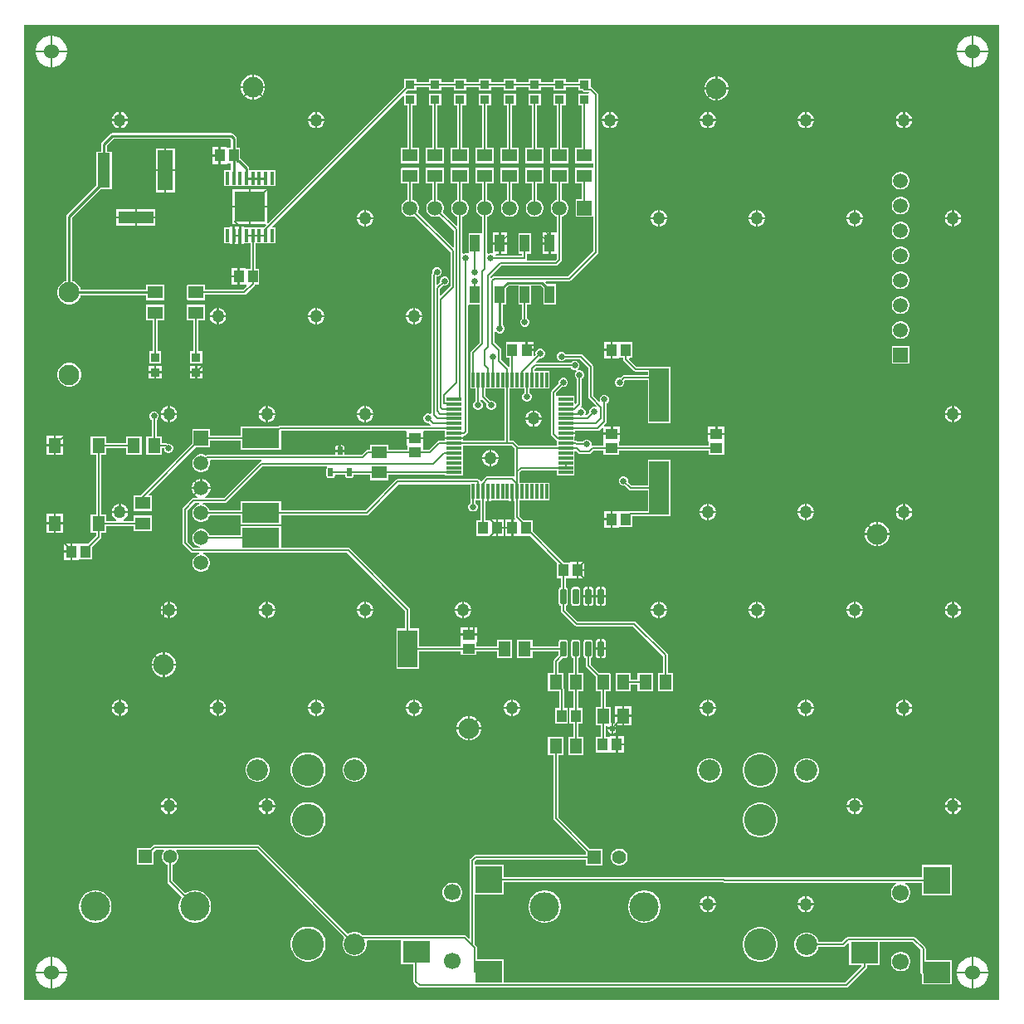
<source format=gbr>
%TF.GenerationSoftware,Altium Limited,Altium Designer,22.7.1 (60)*%
G04 Layer_Physical_Order=1*
G04 Layer_Color=255*
%FSLAX43Y43*%
%MOMM*%
%TF.SameCoordinates,58151787-F571-4420-9806-9522EC8286B3*%
%TF.FilePolarity,Positive*%
%TF.FileFunction,Copper,L1,Top,Signal*%
%TF.Part,Single*%
G01*
G75*
%TA.AperFunction,SMDPad,CuDef*%
%ADD10R,0.355X1.353*%
%ADD11R,1.000X1.800*%
%ADD12R,1.006X1.308*%
%ADD13R,1.550X1.250*%
%ADD14R,2.800X2.200*%
%ADD15R,2.800X2.800*%
%ADD16R,3.800X2.030*%
%ADD17R,0.930X0.910*%
%ADD18R,3.099X3.099*%
%ADD19R,0.300X1.500*%
%ADD20R,1.500X0.300*%
%ADD21R,2.000X5.500*%
%ADD22R,1.308X1.006*%
%ADD23R,1.250X1.550*%
%ADD24R,1.300X1.550*%
G04:AMPARAMS|DCode=25|XSize=1.58mm|YSize=0.6mm|CornerRadius=0.075mm|HoleSize=0mm|Usage=FLASHONLY|Rotation=90.000|XOffset=0mm|YOffset=0mm|HoleType=Round|Shape=RoundedRectangle|*
%AMROUNDEDRECTD25*
21,1,1.580,0.450,0,0,90.0*
21,1,1.430,0.600,0,0,90.0*
1,1,0.150,0.225,0.715*
1,1,0.150,0.225,-0.715*
1,1,0.150,-0.225,-0.715*
1,1,0.150,-0.225,0.715*
%
%ADD25ROUNDEDRECTD25*%
%ADD26R,2.030X3.800*%
G04:AMPARAMS|DCode=27|XSize=0.55mm|YSize=0.8mm|CornerRadius=0.05mm|HoleSize=0mm|Usage=FLASHONLY|Rotation=180.000|XOffset=0mm|YOffset=0mm|HoleType=Round|Shape=RoundedRectangle|*
%AMROUNDEDRECTD27*
21,1,0.550,0.701,0,0,180.0*
21,1,0.451,0.800,0,0,180.0*
1,1,0.099,-0.226,0.351*
1,1,0.099,0.226,0.351*
1,1,0.099,0.226,-0.351*
1,1,0.099,-0.226,-0.351*
%
%ADD27ROUNDEDRECTD27*%
%TA.AperFunction,Conductor*%
%ADD28C,0.254*%
%ADD29C,0.200*%
%TA.AperFunction,ComponentPad*%
%ADD30R,1.300X3.550*%
%ADD31C,2.100*%
%ADD32R,3.550X1.300*%
%ADD33R,1.550X4.100*%
%TA.AperFunction,ViaPad*%
%ADD34C,1.524*%
%TA.AperFunction,ComponentPad*%
%ADD35C,3.251*%
%ADD36C,2.172*%
%ADD37C,1.700*%
%ADD38R,1.500X1.500*%
%ADD39C,1.500*%
%ADD40R,1.500X1.500*%
%ADD41C,3.000*%
%ADD42C,1.398*%
%ADD43R,1.398X1.398*%
%TA.AperFunction,ViaPad*%
%ADD44C,1.270*%
%ADD45C,0.650*%
G36*
X99745Y255D02*
X255D01*
Y99745D01*
X99745D01*
Y255D01*
D02*
G37*
%LPC*%
G36*
X97158Y98600D02*
X97100D01*
Y97100D01*
X98600D01*
Y97158D01*
X98539Y97467D01*
X98418Y97758D01*
X98243Y98020D01*
X98020Y98243D01*
X97758Y98418D01*
X97467Y98539D01*
X97158Y98600D01*
D02*
G37*
G36*
X96900D02*
X96842D01*
X96533Y98539D01*
X96242Y98418D01*
X95980Y98243D01*
X95757Y98020D01*
X95582Y97758D01*
X95461Y97467D01*
X95400Y97158D01*
Y97100D01*
X96900D01*
Y98600D01*
D02*
G37*
G36*
X3158D02*
X3100D01*
Y97100D01*
X4600D01*
Y97158D01*
X4539Y97467D01*
X4418Y97758D01*
X4243Y98020D01*
X4020Y98243D01*
X3758Y98418D01*
X3467Y98539D01*
X3158Y98600D01*
D02*
G37*
G36*
X2900D02*
X2842D01*
X2533Y98539D01*
X2242Y98418D01*
X1980Y98243D01*
X1757Y98020D01*
X1582Y97758D01*
X1461Y97467D01*
X1400Y97158D01*
Y97100D01*
X2900D01*
Y98600D01*
D02*
G37*
G36*
X98600Y96900D02*
X97100D01*
Y95400D01*
X97158D01*
X97467Y95461D01*
X97758Y95582D01*
X98020Y95757D01*
X98243Y95980D01*
X98418Y96242D01*
X98539Y96533D01*
X98600Y96842D01*
Y96900D01*
D02*
G37*
G36*
X96900D02*
X95400D01*
Y96842D01*
X95461Y96533D01*
X95582Y96242D01*
X95757Y95980D01*
X95980Y95757D01*
X96242Y95582D01*
X96533Y95461D01*
X96842Y95400D01*
X96900D01*
Y96900D01*
D02*
G37*
G36*
X4600D02*
X3100D01*
Y95400D01*
X3158D01*
X3467Y95461D01*
X3758Y95582D01*
X4020Y95757D01*
X4243Y95980D01*
X4418Y96242D01*
X4539Y96533D01*
X4600Y96842D01*
Y96900D01*
D02*
G37*
G36*
X2900D02*
X1400D01*
Y96842D01*
X1461Y96533D01*
X1582Y96242D01*
X1757Y95980D01*
X1980Y95757D01*
X2242Y95582D01*
X2533Y95461D01*
X2842Y95400D01*
X2900D01*
Y96900D01*
D02*
G37*
G36*
X58020Y94201D02*
X56788D01*
Y93851D01*
X55480D01*
Y94201D01*
X54248D01*
Y93851D01*
X52940D01*
Y94201D01*
X51708D01*
Y93851D01*
X50400D01*
Y94201D01*
X49168D01*
Y93851D01*
X47860D01*
Y94201D01*
X46628D01*
Y93851D01*
X45320D01*
Y94201D01*
X44088D01*
Y93851D01*
X42780D01*
Y94201D01*
X41548D01*
Y93851D01*
X40240D01*
Y94201D01*
X39008D01*
Y93351D01*
X25117Y79460D01*
X24990Y79513D01*
Y81053D01*
X23341D01*
Y79404D01*
X24881D01*
X24934Y79277D01*
X24713Y79056D01*
X22643D01*
Y79105D01*
X22366D01*
Y78228D01*
Y77352D01*
X22643D01*
Y77401D01*
X23310D01*
Y74846D01*
X22923Y74846D01*
X22816Y74895D01*
X22805Y74895D01*
X22213D01*
Y74041D01*
Y73187D01*
X22805D01*
X22816Y73187D01*
X22845Y73200D01*
X22895Y73182D01*
X22928Y73036D01*
X22556Y72664D01*
X18706D01*
Y73184D01*
X16854D01*
Y71632D01*
X18706D01*
Y72152D01*
X22662D01*
X22662Y72152D01*
X22760Y72172D01*
X22843Y72227D01*
X23747Y73131D01*
X23747Y73131D01*
X23802Y73214D01*
X23807Y73236D01*
X24220D01*
Y74846D01*
X23822D01*
Y77401D01*
X25844D01*
Y79056D01*
X25603D01*
X25554Y79173D01*
X38891Y92510D01*
X39008Y92461D01*
Y91469D01*
X39368D01*
Y87154D01*
X38698D01*
Y85602D01*
X40550D01*
Y87154D01*
X39880D01*
Y91469D01*
X40240D01*
Y92681D01*
X39228D01*
X39179Y92798D01*
X39370Y92989D01*
X40240D01*
Y93339D01*
X41548D01*
Y92989D01*
X42780D01*
Y93339D01*
X44088D01*
Y92989D01*
X45320D01*
Y93339D01*
X46628D01*
Y92989D01*
X47860D01*
Y93339D01*
X49168D01*
Y92989D01*
X50400D01*
Y93339D01*
X51708D01*
Y92989D01*
X52940D01*
Y93339D01*
X54248D01*
Y92989D01*
X55480D01*
Y93339D01*
X56788D01*
Y92989D01*
X57195D01*
X57223Y92948D01*
X57248Y92922D01*
X57248Y92922D01*
X57331Y92867D01*
X57429Y92847D01*
X57429Y92847D01*
X57825D01*
X57852Y92808D01*
X57785Y92681D01*
X56788D01*
Y91469D01*
X57148D01*
Y87154D01*
X56478D01*
Y85602D01*
X58278D01*
Y85104D01*
X56478D01*
Y83552D01*
X57148D01*
Y81927D01*
X56503D01*
Y80125D01*
X58278D01*
Y76648D01*
X55716Y74086D01*
X48211D01*
X48113Y74067D01*
X48030Y74011D01*
X48030Y74011D01*
X47921Y73903D01*
X47810Y73947D01*
X47797Y74069D01*
X48885Y75157D01*
X54522D01*
X54522Y75157D01*
X54620Y75176D01*
X54703Y75232D01*
X55045Y75574D01*
X55100Y75657D01*
X55120Y75755D01*
X55120Y75755D01*
Y80162D01*
X55212Y80186D01*
X55417Y80305D01*
X55585Y80473D01*
X55704Y80678D01*
X55765Y80907D01*
Y81145D01*
X55704Y81374D01*
X55585Y81579D01*
X55417Y81747D01*
X55212Y81866D01*
X55120Y81890D01*
Y83552D01*
X55790D01*
Y85104D01*
X53938D01*
Y83552D01*
X54608D01*
Y81890D01*
X54516Y81866D01*
X54311Y81747D01*
X54143Y81579D01*
X54024Y81374D01*
X53963Y81145D01*
Y80907D01*
X54024Y80678D01*
X54143Y80473D01*
X54311Y80305D01*
X54516Y80186D01*
X54608Y80162D01*
Y78603D01*
X54544Y78503D01*
X54481Y78503D01*
X53944D01*
Y77403D01*
Y76303D01*
X54481D01*
X54544Y76303D01*
X54608Y76203D01*
Y75861D01*
X54416Y75669D01*
X51577D01*
X51567Y75678D01*
X51514Y75796D01*
X51540Y75835D01*
X51560Y75933D01*
X51560Y75933D01*
Y76352D01*
X51955D01*
Y78454D01*
X50653D01*
Y76352D01*
X51048D01*
Y76163D01*
X48363D01*
X48355Y76176D01*
X48423Y76303D01*
X48664D01*
Y77303D01*
X48064D01*
Y76444D01*
X47958Y76374D01*
X47935Y76383D01*
X47746D01*
X47627Y76334D01*
X47500Y76406D01*
Y80162D01*
X47592Y80186D01*
X47797Y80305D01*
X47965Y80473D01*
X48084Y80678D01*
X48145Y80907D01*
Y81145D01*
X48084Y81374D01*
X47965Y81579D01*
X47797Y81747D01*
X47592Y81866D01*
X47500Y81890D01*
Y83552D01*
X48170D01*
Y85104D01*
X46318D01*
Y83552D01*
X46988D01*
Y81890D01*
X46896Y81866D01*
X46691Y81747D01*
X46523Y81579D01*
X46404Y81374D01*
X46343Y81145D01*
Y80907D01*
X46404Y80678D01*
X46523Y80473D01*
X46691Y80305D01*
X46896Y80186D01*
X46988Y80162D01*
Y78488D01*
X46875Y78454D01*
Y78454D01*
X45573D01*
Y76447D01*
X45446Y76362D01*
X45395Y76383D01*
X45206D01*
X45087Y76334D01*
X44960Y76406D01*
Y80162D01*
X45052Y80186D01*
X45257Y80305D01*
X45425Y80473D01*
X45544Y80678D01*
X45605Y80907D01*
Y81145D01*
X45544Y81374D01*
X45425Y81579D01*
X45257Y81747D01*
X45052Y81866D01*
X44960Y81890D01*
Y83552D01*
X45630D01*
Y85104D01*
X43778D01*
Y83552D01*
X44448D01*
Y81890D01*
X44356Y81866D01*
X44151Y81747D01*
X43983Y81579D01*
X43864Y81374D01*
X43803Y81145D01*
Y80907D01*
X43864Y80678D01*
X43983Y80473D01*
X44151Y80305D01*
X44356Y80186D01*
X44448Y80162D01*
Y79270D01*
X44331Y79221D01*
X42956Y80596D01*
X43004Y80678D01*
X43065Y80907D01*
Y81145D01*
X43004Y81374D01*
X42885Y81579D01*
X42717Y81747D01*
X42512Y81866D01*
X42420Y81890D01*
Y83552D01*
X43090D01*
Y85104D01*
X41238D01*
Y83552D01*
X41908D01*
Y81890D01*
X41816Y81866D01*
X41611Y81747D01*
X41443Y81579D01*
X41324Y81374D01*
X41263Y81145D01*
Y80907D01*
X41324Y80678D01*
X41443Y80473D01*
X41611Y80305D01*
X41816Y80186D01*
X42045Y80125D01*
X42283D01*
X42512Y80186D01*
X42594Y80234D01*
X44097Y78732D01*
Y77081D01*
X43979Y77033D01*
X40416Y80596D01*
X40464Y80678D01*
X40525Y80907D01*
Y81145D01*
X40464Y81374D01*
X40345Y81579D01*
X40177Y81747D01*
X39972Y81866D01*
X39880Y81890D01*
Y83552D01*
X40550D01*
Y85104D01*
X38698D01*
Y83552D01*
X39368D01*
Y81890D01*
X39276Y81866D01*
X39071Y81747D01*
X38903Y81579D01*
X38784Y81374D01*
X38723Y81145D01*
Y80907D01*
X38784Y80678D01*
X38903Y80473D01*
X39071Y80305D01*
X39276Y80186D01*
X39505Y80125D01*
X39743D01*
X39972Y80186D01*
X40054Y80234D01*
X43745Y76543D01*
Y73092D01*
X42754Y72101D01*
X42637Y72150D01*
Y72728D01*
X43009Y73100D01*
X43023Y73095D01*
X43212D01*
X43387Y73167D01*
X43521Y73301D01*
X43594Y73476D01*
Y73665D01*
X43521Y73840D01*
X43387Y73974D01*
X43212Y74047D01*
X43023D01*
X42848Y73974D01*
X42714Y73840D01*
X42642Y73665D01*
Y73476D01*
X42647Y73462D01*
X42403Y73218D01*
X42286Y73267D01*
Y74034D01*
X42449D01*
X42624Y74107D01*
X42758Y74241D01*
X42830Y74416D01*
Y74605D01*
X42758Y74780D01*
X42624Y74914D01*
X42449Y74986D01*
X42259D01*
X42084Y74914D01*
X41950Y74780D01*
X41878Y74605D01*
Y74416D01*
X41884Y74402D01*
X41849Y74367D01*
X41793Y74284D01*
X41774Y74186D01*
X41774Y74186D01*
Y60093D01*
X41647Y60010D01*
X41547Y60051D01*
X41358D01*
X41183Y59979D01*
X41049Y59845D01*
X40976Y59670D01*
Y59481D01*
X41049Y59306D01*
X41183Y59172D01*
X41358Y59099D01*
X41547D01*
X41561Y59105D01*
X41748Y58918D01*
X41695Y58791D01*
X26273D01*
X26175Y58771D01*
X26092Y58716D01*
X26092Y58716D01*
X26073Y58697D01*
X22333D01*
Y57787D01*
X19189D01*
Y58432D01*
X17387D01*
Y56992D01*
X12138Y51743D01*
X12098Y51683D01*
X11393D01*
Y50131D01*
X13245D01*
Y51683D01*
X12968D01*
X12919Y51800D01*
X17749Y56630D01*
X19189D01*
Y57275D01*
X22333D01*
Y56365D01*
X26435D01*
Y58279D01*
X39167D01*
X39278Y58240D01*
X39278Y58152D01*
Y57638D01*
X40132D01*
X40986D01*
X40986Y58240D01*
X41097Y58279D01*
X43183D01*
Y57885D01*
X43134D01*
Y57635D01*
X45034D01*
Y57680D01*
X45097Y57779D01*
X45195Y57799D01*
X45278Y57854D01*
X45481Y58057D01*
X45481Y58057D01*
X45537Y58140D01*
X45556Y58238D01*
X45556Y58238D01*
Y71032D01*
X45573Y71152D01*
X46721D01*
Y67279D01*
X45853Y66411D01*
X45798Y66328D01*
X45778Y66230D01*
X45778Y66230D01*
Y64386D01*
X45733D01*
Y62584D01*
X46278D01*
Y61305D01*
X46264Y61300D01*
X46130Y61166D01*
X46058Y60991D01*
Y60801D01*
X46130Y60626D01*
X46264Y60492D01*
X46439Y60420D01*
X46629D01*
X46804Y60492D01*
X46938Y60626D01*
X47010Y60801D01*
Y60991D01*
X46938Y61166D01*
X46804Y61300D01*
X46790Y61305D01*
Y61462D01*
X46917Y61515D01*
X47427Y61004D01*
X47422Y60991D01*
Y60801D01*
X47494Y60626D01*
X47628Y60492D01*
X47803Y60420D01*
X47992D01*
X48167Y60492D01*
X48301Y60626D01*
X48374Y60801D01*
Y60991D01*
X48301Y61166D01*
X48167Y61300D01*
X47992Y61372D01*
X47803D01*
X47789Y61366D01*
X47290Y61866D01*
Y62584D01*
X49278D01*
Y57291D01*
X45034D01*
Y57435D01*
X43134D01*
Y57291D01*
X42560D01*
X42560Y57291D01*
X42462Y57271D01*
X42379Y57216D01*
X42379Y57216D01*
X41504Y56341D01*
X40937D01*
X40937Y56728D01*
X40986Y56835D01*
X40986Y56846D01*
Y57438D01*
X40132D01*
X39278D01*
Y56846D01*
X39278Y56835D01*
X39327Y56728D01*
X39327Y56708D01*
Y56341D01*
X37375D01*
Y56861D01*
X35523D01*
Y56341D01*
X35308D01*
X35308Y56341D01*
X35210Y56321D01*
X35127Y56266D01*
X35127Y56266D01*
X34679Y55818D01*
X32986D01*
X32931Y55884D01*
Y56135D01*
X32451D01*
Y56235D01*
D01*
Y56135D01*
X31971D01*
Y55884D01*
X31916Y55818D01*
X18859D01*
X18761Y55798D01*
X18729Y55777D01*
X18636Y55831D01*
X18407Y55892D01*
X18169D01*
X17940Y55831D01*
X17735Y55712D01*
X17567Y55544D01*
X17448Y55339D01*
X17387Y55110D01*
Y54872D01*
X17448Y54643D01*
X17567Y54438D01*
X17735Y54270D01*
X17940Y54151D01*
X18169Y54090D01*
X18407D01*
X18636Y54151D01*
X18841Y54270D01*
X19009Y54438D01*
X19128Y54643D01*
X19189Y54872D01*
Y55110D01*
X19163Y55205D01*
X19241Y55306D01*
X24415D01*
X24428Y55179D01*
X24349Y55163D01*
X24266Y55108D01*
X24266Y55108D01*
X20595Y51437D01*
X18665D01*
X18648Y51564D01*
X18655Y51566D01*
X18871Y51691D01*
X19048Y51868D01*
X19173Y52084D01*
X19238Y52326D01*
Y52351D01*
X18288D01*
X17338D01*
Y52326D01*
X17403Y52084D01*
X17528Y51868D01*
X17705Y51691D01*
X17921Y51566D01*
X17928Y51564D01*
X17911Y51437D01*
X17526D01*
X17526Y51437D01*
X17428Y51417D01*
X17345Y51362D01*
X17345Y51362D01*
X16456Y50473D01*
X16401Y50390D01*
X16381Y50292D01*
X16381Y50292D01*
Y46863D01*
X16381Y46863D01*
X16401Y46765D01*
X16456Y46682D01*
X17231Y45907D01*
X17314Y45851D01*
X17412Y45832D01*
X17412Y45832D01*
X18051D01*
X18068Y45705D01*
X17940Y45671D01*
X17735Y45552D01*
X17567Y45384D01*
X17448Y45179D01*
X17387Y44950D01*
Y44712D01*
X17448Y44483D01*
X17567Y44278D01*
X17735Y44110D01*
X17940Y43991D01*
X18169Y43930D01*
X18407D01*
X18636Y43991D01*
X18841Y44110D01*
X19009Y44278D01*
X19128Y44483D01*
X19189Y44712D01*
Y44950D01*
X19128Y45179D01*
X19009Y45384D01*
X18841Y45552D01*
X18636Y45671D01*
X18508Y45705D01*
X18525Y45832D01*
X33180D01*
X39114Y39898D01*
Y38116D01*
X38204D01*
Y34014D01*
X40536D01*
Y35809D01*
X44788D01*
Y35411D01*
X46398D01*
Y35809D01*
X48482D01*
Y35139D01*
X50034D01*
Y36991D01*
X48482D01*
Y36321D01*
X46398D01*
X46398Y36708D01*
X46447Y36815D01*
X46447Y36826D01*
Y37417D01*
X45593D01*
X44739D01*
Y36826D01*
X44739Y36815D01*
X44788Y36708D01*
X44788Y36688D01*
Y36321D01*
X40536D01*
Y38116D01*
X39626D01*
Y40004D01*
X39606Y40102D01*
X39551Y40185D01*
X39551Y40185D01*
X33467Y46269D01*
X33384Y46324D01*
X33286Y46344D01*
X33286Y46344D01*
X26435D01*
Y48537D01*
X22333D01*
Y47627D01*
X19152D01*
X19128Y47719D01*
X19009Y47924D01*
X18841Y48092D01*
X18636Y48211D01*
X18407Y48272D01*
X18169D01*
X17940Y48211D01*
X17735Y48092D01*
X17567Y47924D01*
X17448Y47719D01*
X17387Y47490D01*
Y47252D01*
X17448Y47023D01*
X17567Y46818D01*
X17735Y46650D01*
X17940Y46531D01*
X18169Y46470D01*
X18168Y46344D01*
X17518D01*
X16893Y46969D01*
Y50186D01*
X17632Y50925D01*
X18101D01*
X18117Y50798D01*
X17940Y50751D01*
X17735Y50632D01*
X17567Y50464D01*
X17448Y50259D01*
X17387Y50030D01*
Y49792D01*
X17448Y49563D01*
X17567Y49358D01*
X17735Y49190D01*
X17940Y49071D01*
X18169Y49010D01*
X18407D01*
X18636Y49071D01*
X18841Y49190D01*
X19009Y49358D01*
X19128Y49563D01*
X19152Y49655D01*
X22333D01*
Y48745D01*
X26435D01*
Y49655D01*
X35154D01*
X35154Y49655D01*
X35252Y49675D01*
X35335Y49730D01*
X38447Y52842D01*
X45733D01*
Y51184D01*
X45778D01*
Y50942D01*
X45764Y50936D01*
X45630Y50802D01*
X45558Y50627D01*
Y50438D01*
X45630Y50263D01*
X45764Y50129D01*
X45939Y50057D01*
X46129D01*
X46304Y50129D01*
X46438Y50263D01*
X46510Y50438D01*
Y50627D01*
X46438Y50802D01*
X46304Y50936D01*
X46290Y50942D01*
Y51184D01*
X46778D01*
Y49192D01*
X46380D01*
Y47582D01*
X47677Y47582D01*
X47784Y47533D01*
X47795Y47533D01*
X48386D01*
Y48387D01*
Y49241D01*
X47795D01*
X47784Y49241D01*
X47677Y49192D01*
X47657Y49192D01*
X47290D01*
Y51135D01*
X47434D01*
Y52085D01*
X47634D01*
Y51135D01*
X47884D01*
Y51184D01*
X49684D01*
Y51135D01*
X49934D01*
Y52085D01*
X50134D01*
Y51135D01*
X50278D01*
Y49491D01*
X50278Y49491D01*
X50298Y49393D01*
X50314Y49368D01*
X50246Y49241D01*
X50134D01*
Y48387D01*
Y47533D01*
X50737D01*
Y47533D01*
X50844Y47582D01*
X51905D01*
X54591Y44788D01*
Y43264D01*
X54989D01*
Y42344D01*
X54932Y42333D01*
X54857Y42283D01*
X54807Y42208D01*
X54790Y42120D01*
Y40690D01*
X54807Y40602D01*
X54857Y40527D01*
X54932Y40477D01*
X54989Y40466D01*
Y39937D01*
X54989Y39937D01*
X55009Y39839D01*
X55064Y39756D01*
X56393Y38427D01*
X56393Y38427D01*
X56476Y38372D01*
X56574Y38352D01*
X56574Y38352D01*
X62356D01*
X65403Y35305D01*
Y33565D01*
X64883D01*
Y31713D01*
X66435D01*
Y33565D01*
X65915D01*
Y35411D01*
X65895Y35509D01*
X65840Y35592D01*
X65840Y35592D01*
X62643Y38789D01*
X62560Y38844D01*
X62462Y38864D01*
X62462Y38864D01*
X56680D01*
X55501Y40043D01*
Y40466D01*
X55558Y40477D01*
X55633Y40527D01*
X55683Y40602D01*
X55700Y40690D01*
Y42120D01*
X55683Y42208D01*
X55633Y42283D01*
X55558Y42333D01*
X55501Y42344D01*
Y43264D01*
X55888Y43264D01*
X55995Y43215D01*
X56006Y43215D01*
X56597D01*
Y44069D01*
Y44923D01*
X56006D01*
X55995Y44923D01*
X55888Y44874D01*
X55868Y44874D01*
X55218D01*
X52140Y48076D01*
Y49192D01*
X51195D01*
X50790Y49597D01*
Y51184D01*
X53835D01*
Y52986D01*
X50790D01*
Y54059D01*
X51010Y54279D01*
X54583D01*
Y53734D01*
X56385D01*
Y54234D01*
Y55234D01*
Y56193D01*
X56488Y56242D01*
X56512Y56243D01*
X56754Y56001D01*
X56754Y56001D01*
X56837Y55946D01*
X56935Y55926D01*
X57873D01*
X57873Y55926D01*
X57971Y55946D01*
X58054Y56001D01*
X58332Y56279D01*
X59337D01*
Y55881D01*
X60948D01*
Y56279D01*
X70061D01*
Y55881D01*
X71671D01*
X71671Y57178D01*
X71720Y57285D01*
X71720Y57296D01*
Y57888D01*
X70866D01*
X70012D01*
Y57296D01*
X70012Y57285D01*
X70061Y57178D01*
X70061Y57158D01*
Y56791D01*
X60948D01*
X60948Y57178D01*
X60997Y57285D01*
X60997Y57296D01*
Y57888D01*
X60143D01*
X59288D01*
Y57296D01*
X59288Y57285D01*
X59337Y57178D01*
X59337Y57158D01*
Y56791D01*
X58238D01*
X58223Y56794D01*
X58121Y56900D01*
Y57003D01*
X58048Y57178D01*
X57914Y57312D01*
X57739Y57384D01*
X57550D01*
X57375Y57312D01*
X57241Y57178D01*
X57236Y57164D01*
X56709D01*
X56657Y57216D01*
X56574Y57271D01*
X56476Y57291D01*
X56385Y57371D01*
Y57685D01*
X56434D01*
Y57935D01*
X55484D01*
Y58135D01*
X56434D01*
Y58279D01*
X58764D01*
X58764Y58279D01*
X58861Y58299D01*
X58944Y58354D01*
X59161Y58571D01*
X59288Y58518D01*
Y58088D01*
X60043D01*
Y58690D01*
X59460D01*
X59408Y58817D01*
X59616Y59026D01*
X59672Y59109D01*
X59691Y59207D01*
X59691Y59207D01*
Y61071D01*
X59705Y61077D01*
X59839Y61211D01*
X59911Y61386D01*
Y61575D01*
X59839Y61750D01*
X59705Y61884D01*
X59530Y61956D01*
X59341D01*
X59166Y61884D01*
X59032Y61750D01*
X58959Y61575D01*
Y61386D01*
X58966Y61370D01*
X58858Y61298D01*
X58304Y61853D01*
Y64849D01*
X58284Y64947D01*
X58229Y65030D01*
X58229Y65030D01*
X57203Y66055D01*
X57120Y66111D01*
X57022Y66130D01*
X57022Y66130D01*
X55463D01*
X55458Y66144D01*
X55324Y66278D01*
X55149Y66350D01*
X54959D01*
X54784Y66278D01*
X54650Y66144D01*
X54578Y65969D01*
Y65780D01*
X54650Y65605D01*
X54784Y65471D01*
X54959Y65398D01*
X55149D01*
X55324Y65471D01*
X55458Y65605D01*
X55463Y65618D01*
X56916D01*
X57792Y64743D01*
Y61747D01*
X57792Y61747D01*
X57811Y61649D01*
X57867Y61566D01*
X58628Y60804D01*
X58556Y60697D01*
X58485Y60726D01*
X58296D01*
X58121Y60654D01*
X57987Y60520D01*
X57914Y60345D01*
Y60155D01*
X57920Y60142D01*
X57622Y59843D01*
X57567Y59852D01*
X57496Y59993D01*
X57537Y60090D01*
Y60279D01*
X57464Y60454D01*
X57330Y60588D01*
X57155Y60661D01*
X57055D01*
X57002Y60788D01*
X57077Y60862D01*
X57132Y60945D01*
X57151Y61043D01*
X57151Y61043D01*
Y63598D01*
X57165Y63604D01*
X57299Y63738D01*
X57372Y63913D01*
Y64102D01*
X57299Y64277D01*
X57165Y64411D01*
X56990Y64484D01*
X56801D01*
X56737Y64457D01*
X56736Y64457D01*
X56670Y64556D01*
X56677Y64564D01*
X56804Y64690D01*
X56876Y64865D01*
Y65055D01*
X56804Y65230D01*
X56670Y65364D01*
X56495Y65436D01*
X56306D01*
X56131Y65364D01*
X55997Y65230D01*
X55991Y65216D01*
X52473D01*
X52421Y65343D01*
X52787Y65709D01*
X52800Y65703D01*
X52990D01*
X53165Y65776D01*
X53299Y65910D01*
X53371Y66085D01*
Y66274D01*
X53299Y66449D01*
X53165Y66583D01*
X52990Y66655D01*
X52800D01*
X52625Y66583D01*
X52491Y66449D01*
X52419Y66274D01*
Y66085D01*
X52425Y66071D01*
X52311Y65957D01*
X52193Y66005D01*
Y66448D01*
X51490D01*
Y66548D01*
X51390D01*
Y67402D01*
X50788D01*
Y67402D01*
X50692Y67353D01*
X49384D01*
Y65743D01*
X49778D01*
Y64834D01*
X49651Y64781D01*
X48942Y65490D01*
Y66492D01*
X48923Y66590D01*
X48867Y66673D01*
X48867Y66673D01*
X48249Y67291D01*
Y68386D01*
X48304Y68413D01*
X48376Y68425D01*
X48494Y68306D01*
X48669Y68234D01*
X48859D01*
X49034Y68306D01*
X49168Y68440D01*
X49240Y68615D01*
Y68805D01*
X49168Y68980D01*
X49047Y69100D01*
Y71152D01*
X49415D01*
Y72853D01*
X49659Y73098D01*
X50653D01*
Y71152D01*
X51048D01*
Y69780D01*
X51034Y69774D01*
X50900Y69640D01*
X50828Y69465D01*
Y69276D01*
X50900Y69101D01*
X51034Y68967D01*
X51209Y68894D01*
X51399D01*
X51574Y68967D01*
X51708Y69101D01*
X51780Y69276D01*
Y69465D01*
X51708Y69640D01*
X51574Y69774D01*
X51560Y69780D01*
Y71152D01*
X51955D01*
Y73098D01*
X52949D01*
X53193Y72853D01*
Y71152D01*
X54495D01*
Y73254D01*
X53594D01*
X53391Y73457D01*
X53439Y73575D01*
X55822D01*
X55822Y73575D01*
X55920Y73594D01*
X56003Y73649D01*
X58715Y76361D01*
X58715Y76361D01*
X58770Y76444D01*
X58790Y76542D01*
X58790Y76542D01*
Y92582D01*
X58790Y92582D01*
X58770Y92680D01*
X58715Y92763D01*
X58715Y92763D01*
X58194Y93284D01*
X58111Y93340D01*
X58020Y93358D01*
Y94201D01*
D02*
G37*
G36*
X23731Y94595D02*
X23666D01*
Y93445D01*
X24816D01*
Y93510D01*
X24731Y93827D01*
X24566Y94113D01*
X24334Y94345D01*
X24049Y94510D01*
X23731Y94595D01*
D02*
G37*
G36*
X23466D02*
X23401D01*
X23084Y94510D01*
X22799Y94345D01*
X22566Y94113D01*
X22401Y93827D01*
X22316Y93510D01*
Y93445D01*
X23466D01*
Y94595D01*
D02*
G37*
G36*
X71031Y94468D02*
X70966D01*
Y93318D01*
X72116D01*
Y93383D01*
X72031Y93700D01*
X71866Y93986D01*
X71634Y94218D01*
X71348Y94383D01*
X71031Y94468D01*
D02*
G37*
G36*
X70766D02*
X70701D01*
X70384Y94383D01*
X70098Y94218D01*
X69866Y93986D01*
X69701Y93700D01*
X69616Y93383D01*
Y93318D01*
X70766D01*
Y94468D01*
D02*
G37*
G36*
X24816Y93245D02*
X23666D01*
Y92095D01*
X23731D01*
X24049Y92180D01*
X24334Y92345D01*
X24566Y92577D01*
X24731Y92863D01*
X24816Y93180D01*
Y93245D01*
D02*
G37*
G36*
X23466D02*
X22316D01*
Y93180D01*
X22401Y92863D01*
X22566Y92577D01*
X22799Y92345D01*
X23084Y92180D01*
X23401Y92095D01*
X23466D01*
Y93245D01*
D02*
G37*
G36*
X72116Y93118D02*
X70966D01*
Y91968D01*
X71031D01*
X71348Y92053D01*
X71634Y92218D01*
X71866Y92450D01*
X72031Y92736D01*
X72116Y93053D01*
Y93118D01*
D02*
G37*
G36*
X70766D02*
X69616D01*
Y93053D01*
X69701Y92736D01*
X69866Y92450D01*
X70098Y92218D01*
X70384Y92053D01*
X70701Y91968D01*
X70766D01*
Y93118D01*
D02*
G37*
G36*
X90110Y90835D02*
X90100D01*
Y90100D01*
X90835D01*
Y90110D01*
X90778Y90322D01*
X90668Y90513D01*
X90513Y90668D01*
X90322Y90778D01*
X90110Y90835D01*
D02*
G37*
G36*
X89900D02*
X89890D01*
X89678Y90778D01*
X89487Y90668D01*
X89332Y90513D01*
X89222Y90322D01*
X89165Y90110D01*
Y90100D01*
X89900D01*
Y90835D01*
D02*
G37*
G36*
X80110D02*
X80100D01*
Y90100D01*
X80835D01*
Y90110D01*
X80778Y90322D01*
X80668Y90513D01*
X80513Y90668D01*
X80322Y90778D01*
X80110Y90835D01*
D02*
G37*
G36*
X79900D02*
X79890D01*
X79678Y90778D01*
X79487Y90668D01*
X79332Y90513D01*
X79222Y90322D01*
X79165Y90110D01*
Y90100D01*
X79900D01*
Y90835D01*
D02*
G37*
G36*
X70110D02*
X70100D01*
Y90100D01*
X70835D01*
Y90110D01*
X70778Y90322D01*
X70668Y90513D01*
X70513Y90668D01*
X70322Y90778D01*
X70110Y90835D01*
D02*
G37*
G36*
X69900D02*
X69890D01*
X69678Y90778D01*
X69487Y90668D01*
X69332Y90513D01*
X69222Y90322D01*
X69165Y90110D01*
Y90100D01*
X69900D01*
Y90835D01*
D02*
G37*
G36*
X60110D02*
X60100D01*
Y90100D01*
X60835D01*
Y90110D01*
X60778Y90322D01*
X60668Y90513D01*
X60513Y90668D01*
X60322Y90778D01*
X60110Y90835D01*
D02*
G37*
G36*
X59900D02*
X59890D01*
X59678Y90778D01*
X59487Y90668D01*
X59332Y90513D01*
X59222Y90322D01*
X59165Y90110D01*
Y90100D01*
X59900D01*
Y90835D01*
D02*
G37*
G36*
X30110D02*
X30100D01*
Y90100D01*
X30835D01*
Y90110D01*
X30778Y90322D01*
X30668Y90513D01*
X30513Y90668D01*
X30322Y90778D01*
X30110Y90835D01*
D02*
G37*
G36*
X29900D02*
X29890D01*
X29678Y90778D01*
X29487Y90668D01*
X29332Y90513D01*
X29222Y90322D01*
X29165Y90110D01*
Y90100D01*
X29900D01*
Y90835D01*
D02*
G37*
G36*
X10110D02*
X10100D01*
Y90100D01*
X10835D01*
Y90110D01*
X10778Y90322D01*
X10668Y90513D01*
X10513Y90668D01*
X10322Y90778D01*
X10110Y90835D01*
D02*
G37*
G36*
X9900D02*
X9890D01*
X9678Y90778D01*
X9487Y90668D01*
X9332Y90513D01*
X9222Y90322D01*
X9165Y90110D01*
Y90100D01*
X9900D01*
Y90835D01*
D02*
G37*
G36*
X90835Y89900D02*
X90100D01*
Y89165D01*
X90110D01*
X90322Y89222D01*
X90513Y89332D01*
X90668Y89487D01*
X90778Y89678D01*
X90835Y89890D01*
Y89900D01*
D02*
G37*
G36*
X89900D02*
X89165D01*
Y89890D01*
X89222Y89678D01*
X89332Y89487D01*
X89487Y89332D01*
X89678Y89222D01*
X89890Y89165D01*
X89900D01*
Y89900D01*
D02*
G37*
G36*
X80835D02*
X80100D01*
Y89165D01*
X80110D01*
X80322Y89222D01*
X80513Y89332D01*
X80668Y89487D01*
X80778Y89678D01*
X80835Y89890D01*
Y89900D01*
D02*
G37*
G36*
X79900D02*
X79165D01*
Y89890D01*
X79222Y89678D01*
X79332Y89487D01*
X79487Y89332D01*
X79678Y89222D01*
X79890Y89165D01*
X79900D01*
Y89900D01*
D02*
G37*
G36*
X70835D02*
X70100D01*
Y89165D01*
X70110D01*
X70322Y89222D01*
X70513Y89332D01*
X70668Y89487D01*
X70778Y89678D01*
X70835Y89890D01*
Y89900D01*
D02*
G37*
G36*
X69900D02*
X69165D01*
Y89890D01*
X69222Y89678D01*
X69332Y89487D01*
X69487Y89332D01*
X69678Y89222D01*
X69890Y89165D01*
X69900D01*
Y89900D01*
D02*
G37*
G36*
X60835D02*
X60100D01*
Y89165D01*
X60110D01*
X60322Y89222D01*
X60513Y89332D01*
X60668Y89487D01*
X60778Y89678D01*
X60835Y89890D01*
Y89900D01*
D02*
G37*
G36*
X59900D02*
X59165D01*
Y89890D01*
X59222Y89678D01*
X59332Y89487D01*
X59487Y89332D01*
X59678Y89222D01*
X59890Y89165D01*
X59900D01*
Y89900D01*
D02*
G37*
G36*
X30835D02*
X30100D01*
Y89165D01*
X30110D01*
X30322Y89222D01*
X30513Y89332D01*
X30668Y89487D01*
X30778Y89678D01*
X30835Y89890D01*
Y89900D01*
D02*
G37*
G36*
X29900D02*
X29165D01*
Y89890D01*
X29222Y89678D01*
X29332Y89487D01*
X29487Y89332D01*
X29678Y89222D01*
X29890Y89165D01*
X29900D01*
Y89900D01*
D02*
G37*
G36*
X10835D02*
X10100D01*
Y89165D01*
X10110D01*
X10322Y89222D01*
X10513Y89332D01*
X10668Y89487D01*
X10778Y89678D01*
X10835Y89890D01*
Y89900D01*
D02*
G37*
G36*
X9900D02*
X9165D01*
Y89890D01*
X9222Y89678D01*
X9332Y89487D01*
X9487Y89332D01*
X9678Y89222D01*
X9890Y89165D01*
X9900D01*
Y89900D01*
D02*
G37*
G36*
X21362Y88675D02*
X9222D01*
X9113Y88654D01*
X9021Y88592D01*
X8182Y87753D01*
X8120Y87661D01*
X8099Y87552D01*
Y86789D01*
X7581D01*
Y83338D01*
X4626Y80382D01*
X4564Y80290D01*
X4543Y80182D01*
Y73575D01*
X4362Y73527D01*
X4089Y73369D01*
X3865Y73145D01*
X3707Y72872D01*
X3625Y72566D01*
Y72250D01*
X3707Y71944D01*
X3865Y71671D01*
X4089Y71447D01*
X4362Y71289D01*
X4668Y71207D01*
X4984D01*
X5290Y71289D01*
X5563Y71447D01*
X5787Y71671D01*
X5945Y71944D01*
X5993Y72125D01*
X12663D01*
Y71632D01*
X14515D01*
Y73184D01*
X12663D01*
Y72691D01*
X5993D01*
X5945Y72872D01*
X5787Y73145D01*
X5563Y73369D01*
X5290Y73527D01*
X5109Y73575D01*
Y80065D01*
X7982Y82937D01*
X9183D01*
Y86789D01*
X8665D01*
Y87435D01*
X9339Y88109D01*
X21245D01*
X21333Y88021D01*
Y87273D01*
X21243Y87183D01*
X20973Y87183D01*
X20866Y87232D01*
X20855Y87232D01*
X20264D01*
Y86378D01*
Y85524D01*
X20855D01*
X20866Y85524D01*
X20973Y85573D01*
X20993Y85573D01*
X21333D01*
Y84905D01*
X20638D01*
Y83250D01*
X25844D01*
Y84905D01*
X23199D01*
Y85078D01*
X23178Y85186D01*
X23116Y85278D01*
X22344Y86051D01*
X22270Y86101D01*
Y87183D01*
X21899D01*
Y88138D01*
X21878Y88246D01*
X21816Y88338D01*
X21562Y88592D01*
X21470Y88654D01*
X21362Y88675D01*
D02*
G37*
G36*
X20064Y87232D02*
X19461D01*
Y86478D01*
X20064D01*
Y87232D01*
D02*
G37*
G36*
X55480Y92681D02*
X54248D01*
Y91469D01*
X54608D01*
Y87154D01*
X53938D01*
Y85602D01*
X55790D01*
Y87154D01*
X55120D01*
Y91469D01*
X55480D01*
Y92681D01*
D02*
G37*
G36*
X52940D02*
X51708D01*
Y91469D01*
X52068D01*
Y87154D01*
X51398D01*
Y85602D01*
X53250D01*
Y87154D01*
X52580D01*
Y91469D01*
X52940D01*
Y92681D01*
D02*
G37*
G36*
X50400D02*
X49168D01*
Y91469D01*
X49528D01*
Y87154D01*
X48858D01*
Y85602D01*
X50710D01*
Y87154D01*
X50040D01*
Y91469D01*
X50400D01*
Y92681D01*
D02*
G37*
G36*
X47860D02*
X46628D01*
Y91469D01*
X46988D01*
Y87154D01*
X46318D01*
Y85602D01*
X48170D01*
Y87154D01*
X47500D01*
Y91469D01*
X47860D01*
Y92681D01*
D02*
G37*
G36*
X45320D02*
X44088D01*
Y91469D01*
X44448D01*
Y87154D01*
X43778D01*
Y85602D01*
X45630D01*
Y87154D01*
X44960D01*
Y91469D01*
X45320D01*
Y92681D01*
D02*
G37*
G36*
X42780D02*
X41548D01*
Y91469D01*
X41908D01*
Y87154D01*
X41238D01*
Y85602D01*
X43090D01*
Y87154D01*
X42420D01*
Y91469D01*
X42780D01*
Y92681D01*
D02*
G37*
G36*
X20064Y86278D02*
X19461D01*
Y85524D01*
X20064D01*
Y86278D01*
D02*
G37*
G36*
X15607Y87113D02*
X14732D01*
Y84963D01*
X15607D01*
Y87113D01*
D02*
G37*
G36*
X14532D02*
X13657D01*
Y84963D01*
X14532D01*
Y87113D01*
D02*
G37*
G36*
X14632Y84863D02*
D01*
D01*
D01*
D02*
G37*
G36*
X89781Y84721D02*
X89543D01*
X89314Y84660D01*
X89109Y84541D01*
X88941Y84373D01*
X88822Y84168D01*
X88761Y83939D01*
Y83701D01*
X88822Y83472D01*
X88941Y83267D01*
X89109Y83099D01*
X89314Y82980D01*
X89543Y82919D01*
X89781D01*
X90010Y82980D01*
X90215Y83099D01*
X90383Y83267D01*
X90502Y83472D01*
X90563Y83701D01*
Y83939D01*
X90502Y84168D01*
X90383Y84373D01*
X90215Y84541D01*
X90010Y84660D01*
X89781Y84721D01*
D02*
G37*
G36*
X15607Y84763D02*
X14732D01*
Y82613D01*
X15607D01*
Y84763D01*
D02*
G37*
G36*
X14532D02*
X13657D01*
Y82613D01*
X14532D01*
Y84763D01*
D02*
G37*
G36*
X24990Y82902D02*
X23341D01*
Y81253D01*
X24990D01*
Y82902D01*
D02*
G37*
G36*
X23141D02*
X21492D01*
Y81253D01*
X23141D01*
Y82902D01*
D02*
G37*
G36*
X89781Y82181D02*
X89543D01*
X89314Y82120D01*
X89109Y82001D01*
X88941Y81833D01*
X88822Y81628D01*
X88761Y81399D01*
Y81161D01*
X88822Y80932D01*
X88941Y80727D01*
X89109Y80559D01*
X89314Y80440D01*
X89543Y80379D01*
X89781D01*
X90010Y80440D01*
X90215Y80559D01*
X90383Y80727D01*
X90502Y80932D01*
X90563Y81161D01*
Y81399D01*
X90502Y81628D01*
X90383Y81833D01*
X90215Y82001D01*
X90010Y82120D01*
X89781Y82181D01*
D02*
G37*
G36*
X13607Y80913D02*
X11732D01*
Y80163D01*
X13607D01*
Y80913D01*
D02*
G37*
G36*
X11532D02*
X9657D01*
Y80163D01*
X11532D01*
Y80913D01*
D02*
G37*
G36*
X53250Y85104D02*
X51398D01*
Y83552D01*
X52068D01*
Y81890D01*
X51976Y81866D01*
X51771Y81747D01*
X51603Y81579D01*
X51484Y81374D01*
X51423Y81145D01*
Y80907D01*
X51484Y80678D01*
X51603Y80473D01*
X51771Y80305D01*
X51976Y80186D01*
X52205Y80125D01*
X52443D01*
X52672Y80186D01*
X52877Y80305D01*
X53045Y80473D01*
X53164Y80678D01*
X53225Y80907D01*
Y81145D01*
X53164Y81374D01*
X53045Y81579D01*
X52877Y81747D01*
X52672Y81866D01*
X52580Y81890D01*
Y83552D01*
X53250D01*
Y85104D01*
D02*
G37*
G36*
X50710D02*
X48858D01*
Y83552D01*
X49528D01*
Y81890D01*
X49436Y81866D01*
X49231Y81747D01*
X49063Y81579D01*
X48944Y81374D01*
X48883Y81145D01*
Y80907D01*
X48944Y80678D01*
X49063Y80473D01*
X49231Y80305D01*
X49436Y80186D01*
X49665Y80125D01*
X49903D01*
X50132Y80186D01*
X50337Y80305D01*
X50505Y80473D01*
X50624Y80678D01*
X50685Y80907D01*
Y81145D01*
X50624Y81374D01*
X50505Y81579D01*
X50337Y81747D01*
X50132Y81866D01*
X50040Y81890D01*
Y83552D01*
X50710D01*
Y85104D01*
D02*
G37*
G36*
X95110Y80835D02*
X95100D01*
Y80100D01*
X95835D01*
Y80110D01*
X95778Y80322D01*
X95668Y80513D01*
X95513Y80668D01*
X95322Y80778D01*
X95110Y80835D01*
D02*
G37*
G36*
X94900D02*
X94890D01*
X94678Y80778D01*
X94487Y80668D01*
X94332Y80513D01*
X94222Y80322D01*
X94165Y80110D01*
Y80100D01*
X94900D01*
Y80835D01*
D02*
G37*
G36*
X85110D02*
X85100D01*
Y80100D01*
X85835D01*
Y80110D01*
X85778Y80322D01*
X85668Y80513D01*
X85513Y80668D01*
X85322Y80778D01*
X85110Y80835D01*
D02*
G37*
G36*
X84900D02*
X84890D01*
X84678Y80778D01*
X84487Y80668D01*
X84332Y80513D01*
X84222Y80322D01*
X84165Y80110D01*
Y80100D01*
X84900D01*
Y80835D01*
D02*
G37*
G36*
X75110D02*
X75100D01*
Y80100D01*
X75835D01*
Y80110D01*
X75778Y80322D01*
X75668Y80513D01*
X75513Y80668D01*
X75322Y80778D01*
X75110Y80835D01*
D02*
G37*
G36*
X74900D02*
X74890D01*
X74678Y80778D01*
X74487Y80668D01*
X74332Y80513D01*
X74222Y80322D01*
X74165Y80110D01*
Y80100D01*
X74900D01*
Y80835D01*
D02*
G37*
G36*
X65110D02*
X65100D01*
Y80100D01*
X65835D01*
Y80110D01*
X65778Y80322D01*
X65668Y80513D01*
X65513Y80668D01*
X65322Y80778D01*
X65110Y80835D01*
D02*
G37*
G36*
X64900D02*
X64890D01*
X64678Y80778D01*
X64487Y80668D01*
X64332Y80513D01*
X64222Y80322D01*
X64165Y80110D01*
Y80100D01*
X64900D01*
Y80835D01*
D02*
G37*
G36*
X35110D02*
X35100D01*
Y80100D01*
X35835D01*
Y80110D01*
X35778Y80322D01*
X35668Y80513D01*
X35513Y80668D01*
X35322Y80778D01*
X35110Y80835D01*
D02*
G37*
G36*
X34900D02*
X34890D01*
X34678Y80778D01*
X34487Y80668D01*
X34332Y80513D01*
X34222Y80322D01*
X34165Y80110D01*
Y80100D01*
X34900D01*
Y80835D01*
D02*
G37*
G36*
X23141Y81053D02*
X21492D01*
Y79404D01*
X23141D01*
Y81053D01*
D02*
G37*
G36*
X13607Y79963D02*
X11732D01*
Y79213D01*
X13607D01*
Y79963D01*
D02*
G37*
G36*
X11532D02*
X9657D01*
Y79213D01*
X11532D01*
Y79963D01*
D02*
G37*
G36*
X95835Y79900D02*
X95100D01*
Y79165D01*
X95110D01*
X95322Y79222D01*
X95513Y79332D01*
X95668Y79487D01*
X95778Y79678D01*
X95835Y79890D01*
Y79900D01*
D02*
G37*
G36*
X94900D02*
X94165D01*
Y79890D01*
X94222Y79678D01*
X94332Y79487D01*
X94487Y79332D01*
X94678Y79222D01*
X94890Y79165D01*
X94900D01*
Y79900D01*
D02*
G37*
G36*
X85835D02*
X85100D01*
Y79165D01*
X85110D01*
X85322Y79222D01*
X85513Y79332D01*
X85668Y79487D01*
X85778Y79678D01*
X85835Y79890D01*
Y79900D01*
D02*
G37*
G36*
X84900D02*
X84165D01*
Y79890D01*
X84222Y79678D01*
X84332Y79487D01*
X84487Y79332D01*
X84678Y79222D01*
X84890Y79165D01*
X84900D01*
Y79900D01*
D02*
G37*
G36*
X75835D02*
X75100D01*
Y79165D01*
X75110D01*
X75322Y79222D01*
X75513Y79332D01*
X75668Y79487D01*
X75778Y79678D01*
X75835Y79890D01*
Y79900D01*
D02*
G37*
G36*
X74900D02*
X74165D01*
Y79890D01*
X74222Y79678D01*
X74332Y79487D01*
X74487Y79332D01*
X74678Y79222D01*
X74890Y79165D01*
X74900D01*
Y79900D01*
D02*
G37*
G36*
X65835D02*
X65100D01*
Y79165D01*
X65110D01*
X65322Y79222D01*
X65513Y79332D01*
X65668Y79487D01*
X65778Y79678D01*
X65835Y79890D01*
Y79900D01*
D02*
G37*
G36*
X64900D02*
X64165D01*
Y79890D01*
X64222Y79678D01*
X64332Y79487D01*
X64487Y79332D01*
X64678Y79222D01*
X64890Y79165D01*
X64900D01*
Y79900D01*
D02*
G37*
G36*
X35835D02*
X35100D01*
Y79165D01*
X35110D01*
X35322Y79222D01*
X35513Y79332D01*
X35668Y79487D01*
X35778Y79678D01*
X35835Y79890D01*
Y79900D01*
D02*
G37*
G36*
X34900D02*
X34165D01*
Y79890D01*
X34222Y79678D01*
X34332Y79487D01*
X34487Y79332D01*
X34678Y79222D01*
X34890Y79165D01*
X34900D01*
Y79900D01*
D02*
G37*
G36*
X89781Y79641D02*
X89543D01*
X89314Y79580D01*
X89109Y79461D01*
X88941Y79293D01*
X88822Y79088D01*
X88761Y78859D01*
Y78621D01*
X88822Y78392D01*
X88941Y78187D01*
X89109Y78019D01*
X89314Y77900D01*
X89543Y77839D01*
X89781D01*
X90010Y77900D01*
X90215Y78019D01*
X90383Y78187D01*
X90502Y78392D01*
X90563Y78621D01*
Y78859D01*
X90502Y79088D01*
X90383Y79293D01*
X90215Y79461D01*
X90010Y79580D01*
X89781Y79641D01*
D02*
G37*
G36*
X53744Y78503D02*
X53144D01*
Y77503D01*
X53744D01*
Y78503D01*
D02*
G37*
G36*
X49464D02*
X48864D01*
Y77503D01*
X49464D01*
Y78503D01*
D02*
G37*
G36*
X48664D02*
X48064D01*
Y77503D01*
X48664D01*
Y78503D01*
D02*
G37*
G36*
X22166Y79105D02*
X21716D01*
Y78228D01*
Y77352D01*
X22166D01*
Y78228D01*
Y79105D01*
D02*
G37*
G36*
X21516D02*
X21239D01*
Y79056D01*
X20638D01*
Y77401D01*
X21239D01*
Y77352D01*
X21516D01*
Y78228D01*
Y79105D01*
D02*
G37*
G36*
X49464Y77303D02*
X48864D01*
Y76303D01*
X49464D01*
Y77303D01*
D02*
G37*
G36*
X53744D02*
X53144D01*
Y76303D01*
X53744D01*
Y77303D01*
D02*
G37*
G36*
X89781Y77101D02*
X89543D01*
X89314Y77040D01*
X89109Y76921D01*
X88941Y76753D01*
X88822Y76548D01*
X88761Y76319D01*
Y76081D01*
X88822Y75852D01*
X88941Y75647D01*
X89109Y75479D01*
X89314Y75360D01*
X89543Y75299D01*
X89781D01*
X90010Y75360D01*
X90215Y75479D01*
X90383Y75647D01*
X90502Y75852D01*
X90563Y76081D01*
Y76319D01*
X90502Y76548D01*
X90383Y76753D01*
X90215Y76921D01*
X90010Y77040D01*
X89781Y77101D01*
D02*
G37*
G36*
X22013Y74895D02*
X21411D01*
Y74141D01*
X22013D01*
Y74895D01*
D02*
G37*
G36*
Y73941D02*
X21411D01*
Y73187D01*
X22013D01*
Y73941D01*
D02*
G37*
G36*
X89781Y74561D02*
X89543D01*
X89314Y74500D01*
X89109Y74381D01*
X88941Y74213D01*
X88822Y74008D01*
X88761Y73779D01*
Y73541D01*
X88822Y73312D01*
X88941Y73107D01*
X89109Y72939D01*
X89314Y72820D01*
X89543Y72759D01*
X89781D01*
X90010Y72820D01*
X90215Y72939D01*
X90383Y73107D01*
X90502Y73312D01*
X90563Y73541D01*
Y73779D01*
X90502Y74008D01*
X90383Y74213D01*
X90215Y74381D01*
X90010Y74500D01*
X89781Y74561D01*
D02*
G37*
G36*
Y72021D02*
X89543D01*
X89314Y71960D01*
X89109Y71841D01*
X88941Y71673D01*
X88822Y71468D01*
X88761Y71239D01*
Y71001D01*
X88822Y70772D01*
X88941Y70567D01*
X89109Y70399D01*
X89314Y70280D01*
X89543Y70219D01*
X89781D01*
X90010Y70280D01*
X90215Y70399D01*
X90383Y70567D01*
X90502Y70772D01*
X90563Y71001D01*
Y71239D01*
X90502Y71468D01*
X90383Y71673D01*
X90215Y71841D01*
X90010Y71960D01*
X89781Y72021D01*
D02*
G37*
G36*
X40110Y70835D02*
X40100D01*
Y70100D01*
X40835D01*
Y70110D01*
X40778Y70322D01*
X40668Y70513D01*
X40513Y70668D01*
X40322Y70778D01*
X40110Y70835D01*
D02*
G37*
G36*
X39900D02*
X39890D01*
X39678Y70778D01*
X39487Y70668D01*
X39332Y70513D01*
X39222Y70322D01*
X39165Y70110D01*
Y70100D01*
X39900D01*
Y70835D01*
D02*
G37*
G36*
X30110D02*
X30100D01*
Y70100D01*
X30835D01*
Y70110D01*
X30778Y70322D01*
X30668Y70513D01*
X30513Y70668D01*
X30322Y70778D01*
X30110Y70835D01*
D02*
G37*
G36*
X29900D02*
X29890D01*
X29678Y70778D01*
X29487Y70668D01*
X29332Y70513D01*
X29222Y70322D01*
X29165Y70110D01*
Y70100D01*
X29900D01*
Y70835D01*
D02*
G37*
G36*
X20110D02*
X20100D01*
Y70100D01*
X20835D01*
Y70110D01*
X20778Y70322D01*
X20668Y70513D01*
X20513Y70668D01*
X20322Y70778D01*
X20110Y70835D01*
D02*
G37*
G36*
X19900D02*
X19890D01*
X19678Y70778D01*
X19487Y70668D01*
X19332Y70513D01*
X19222Y70322D01*
X19165Y70110D01*
Y70100D01*
X19900D01*
Y70835D01*
D02*
G37*
G36*
X40835Y69900D02*
X40100D01*
Y69165D01*
X40110D01*
X40322Y69222D01*
X40513Y69332D01*
X40668Y69487D01*
X40778Y69678D01*
X40835Y69890D01*
Y69900D01*
D02*
G37*
G36*
X39900D02*
X39165D01*
Y69890D01*
X39222Y69678D01*
X39332Y69487D01*
X39487Y69332D01*
X39678Y69222D01*
X39890Y69165D01*
X39900D01*
Y69900D01*
D02*
G37*
G36*
X30835D02*
X30100D01*
Y69165D01*
X30110D01*
X30322Y69222D01*
X30513Y69332D01*
X30668Y69487D01*
X30778Y69678D01*
X30835Y69890D01*
Y69900D01*
D02*
G37*
G36*
X29900D02*
X29165D01*
Y69890D01*
X29222Y69678D01*
X29332Y69487D01*
X29487Y69332D01*
X29678Y69222D01*
X29890Y69165D01*
X29900D01*
Y69900D01*
D02*
G37*
G36*
X20835D02*
X20100D01*
Y69165D01*
X20110D01*
X20322Y69222D01*
X20513Y69332D01*
X20668Y69487D01*
X20778Y69678D01*
X20835Y69890D01*
Y69900D01*
D02*
G37*
G36*
X19900D02*
X19165D01*
Y69890D01*
X19222Y69678D01*
X19332Y69487D01*
X19487Y69332D01*
X19678Y69222D01*
X19890Y69165D01*
X19900D01*
Y69900D01*
D02*
G37*
G36*
X89781Y69481D02*
X89543D01*
X89314Y69420D01*
X89109Y69301D01*
X88941Y69133D01*
X88822Y68928D01*
X88761Y68699D01*
Y68461D01*
X88822Y68232D01*
X88941Y68027D01*
X89109Y67859D01*
X89314Y67740D01*
X89543Y67679D01*
X89781D01*
X90010Y67740D01*
X90215Y67859D01*
X90383Y68027D01*
X90502Y68232D01*
X90563Y68461D01*
Y68699D01*
X90502Y68928D01*
X90383Y69133D01*
X90215Y69301D01*
X90010Y69420D01*
X89781Y69481D01*
D02*
G37*
G36*
X52193Y67402D02*
X51590D01*
Y66648D01*
X52193D01*
Y67402D01*
D02*
G37*
G36*
X60043D02*
X59440D01*
Y66648D01*
X60043D01*
Y67402D01*
D02*
G37*
G36*
Y66448D02*
X59440D01*
Y65694D01*
X60043D01*
Y66448D01*
D02*
G37*
G36*
X18706Y71134D02*
X16854D01*
Y69582D01*
X17524D01*
Y66392D01*
X17164D01*
Y65180D01*
X18396D01*
Y66392D01*
X18036D01*
Y69582D01*
X18706D01*
Y71134D01*
D02*
G37*
G36*
X14515D02*
X12663D01*
Y69582D01*
X13333D01*
Y66392D01*
X12973D01*
Y65180D01*
X14205D01*
Y66392D01*
X13845D01*
Y69582D01*
X14515D01*
Y71134D01*
D02*
G37*
G36*
X90563Y66941D02*
X88761D01*
Y65139D01*
X90563D01*
Y66941D01*
D02*
G37*
G36*
X18445Y64921D02*
X17880D01*
Y64366D01*
X18445D01*
Y64921D01*
D02*
G37*
G36*
X14254D02*
X13689D01*
Y64366D01*
X14254D01*
Y64921D01*
D02*
G37*
G36*
X17680D02*
X17115D01*
Y64366D01*
X17680D01*
Y64921D01*
D02*
G37*
G36*
X13489D02*
X12924D01*
Y64366D01*
X13489D01*
Y64921D01*
D02*
G37*
G36*
X60845Y67402D02*
X60834Y67402D01*
X60243D01*
Y66548D01*
Y65694D01*
X60834D01*
X60845Y65694D01*
X60952Y65743D01*
X60972Y65743D01*
X61339D01*
Y65594D01*
X61339Y65594D01*
X61359Y65496D01*
X61414Y65413D01*
X62407Y64420D01*
X62407Y64420D01*
X62490Y64365D01*
X62588Y64345D01*
X62588Y64345D01*
X63873D01*
Y63957D01*
X61440D01*
X61440Y63957D01*
X61342Y63937D01*
X61259Y63882D01*
X61259Y63882D01*
X61081Y63703D01*
X61067Y63709D01*
X60878D01*
X60703Y63636D01*
X60569Y63502D01*
X60496Y63327D01*
Y63138D01*
X60569Y62963D01*
X60703Y62829D01*
X60878Y62757D01*
X61067D01*
X61242Y62829D01*
X61376Y62963D01*
X61448Y63138D01*
Y63327D01*
X61443Y63341D01*
X61546Y63445D01*
X63873D01*
Y59050D01*
X66175D01*
Y64852D01*
X64149D01*
X64124Y64857D01*
X64124Y64857D01*
X62694D01*
X61935Y65616D01*
X61988Y65743D01*
X62249D01*
Y67353D01*
X60952Y67353D01*
X60845Y67402D01*
D02*
G37*
G36*
X18445Y64166D02*
X17880D01*
Y63611D01*
X18445D01*
Y64166D01*
D02*
G37*
G36*
X17680D02*
X17115D01*
Y63611D01*
X17680D01*
Y64166D01*
D02*
G37*
G36*
X14254D02*
X13689D01*
Y63611D01*
X14254D01*
Y64166D01*
D02*
G37*
G36*
X13489D02*
X12924D01*
Y63611D01*
X13489D01*
Y64166D01*
D02*
G37*
G36*
X4984Y65209D02*
X4668D01*
X4362Y65127D01*
X4089Y64969D01*
X3865Y64745D01*
X3707Y64472D01*
X3625Y64166D01*
Y63850D01*
X3707Y63544D01*
X3865Y63271D01*
X4089Y63047D01*
X4362Y62889D01*
X4668Y62807D01*
X4984D01*
X5290Y62889D01*
X5563Y63047D01*
X5787Y63271D01*
X5945Y63544D01*
X6027Y63850D01*
Y64166D01*
X5945Y64472D01*
X5787Y64745D01*
X5563Y64969D01*
X5290Y65127D01*
X4984Y65209D01*
D02*
G37*
G36*
X95110Y60835D02*
X95100D01*
Y60100D01*
X95835D01*
Y60110D01*
X95778Y60322D01*
X95668Y60513D01*
X95513Y60668D01*
X95322Y60778D01*
X95110Y60835D01*
D02*
G37*
G36*
X94900D02*
X94890D01*
X94678Y60778D01*
X94487Y60668D01*
X94332Y60513D01*
X94222Y60322D01*
X94165Y60110D01*
Y60100D01*
X94900D01*
Y60835D01*
D02*
G37*
G36*
X35110D02*
X35100D01*
Y60100D01*
X35835D01*
Y60110D01*
X35778Y60322D01*
X35668Y60513D01*
X35513Y60668D01*
X35322Y60778D01*
X35110Y60835D01*
D02*
G37*
G36*
X34900D02*
X34890D01*
X34678Y60778D01*
X34487Y60668D01*
X34332Y60513D01*
X34222Y60322D01*
X34165Y60110D01*
Y60100D01*
X34900D01*
Y60835D01*
D02*
G37*
G36*
X25110D02*
X25100D01*
Y60100D01*
X25835D01*
Y60110D01*
X25778Y60322D01*
X25668Y60513D01*
X25513Y60668D01*
X25322Y60778D01*
X25110Y60835D01*
D02*
G37*
G36*
X24900D02*
X24890D01*
X24678Y60778D01*
X24487Y60668D01*
X24332Y60513D01*
X24222Y60322D01*
X24165Y60110D01*
Y60100D01*
X24900D01*
Y60835D01*
D02*
G37*
G36*
X15110D02*
X15100D01*
Y60100D01*
X15835D01*
Y60110D01*
X15778Y60322D01*
X15668Y60513D01*
X15513Y60668D01*
X15322Y60778D01*
X15110Y60835D01*
D02*
G37*
G36*
X14900D02*
X14890D01*
X14678Y60778D01*
X14487Y60668D01*
X14332Y60513D01*
X14222Y60322D01*
X14165Y60110D01*
Y60100D01*
X14900D01*
Y60835D01*
D02*
G37*
G36*
X95835Y59900D02*
X95100D01*
Y59165D01*
X95110D01*
X95322Y59222D01*
X95513Y59332D01*
X95668Y59487D01*
X95778Y59678D01*
X95835Y59890D01*
Y59900D01*
D02*
G37*
G36*
X94900D02*
X94165D01*
Y59890D01*
X94222Y59678D01*
X94332Y59487D01*
X94487Y59332D01*
X94678Y59222D01*
X94890Y59165D01*
X94900D01*
Y59900D01*
D02*
G37*
G36*
X35835D02*
X35100D01*
Y59165D01*
X35110D01*
X35322Y59222D01*
X35513Y59332D01*
X35668Y59487D01*
X35778Y59678D01*
X35835Y59890D01*
Y59900D01*
D02*
G37*
G36*
X34900D02*
X34165D01*
Y59890D01*
X34222Y59678D01*
X34332Y59487D01*
X34487Y59332D01*
X34678Y59222D01*
X34890Y59165D01*
X34900D01*
Y59900D01*
D02*
G37*
G36*
X25835D02*
X25100D01*
Y59165D01*
X25110D01*
X25322Y59222D01*
X25513Y59332D01*
X25668Y59487D01*
X25778Y59678D01*
X25835Y59890D01*
Y59900D01*
D02*
G37*
G36*
X24900D02*
X24165D01*
Y59890D01*
X24222Y59678D01*
X24332Y59487D01*
X24487Y59332D01*
X24678Y59222D01*
X24890Y59165D01*
X24900D01*
Y59900D01*
D02*
G37*
G36*
X15835D02*
X15100D01*
Y59165D01*
X15110D01*
X15322Y59222D01*
X15513Y59332D01*
X15668Y59487D01*
X15778Y59678D01*
X15835Y59890D01*
Y59900D01*
D02*
G37*
G36*
X14900D02*
X14165D01*
Y59890D01*
X14222Y59678D01*
X14332Y59487D01*
X14487Y59332D01*
X14678Y59222D01*
X14890Y59165D01*
X14900D01*
Y59900D01*
D02*
G37*
G36*
X71720Y58690D02*
X70966D01*
Y58088D01*
X71720D01*
Y58690D01*
D02*
G37*
G36*
X60997D02*
X60243D01*
Y58088D01*
X60997D01*
Y58690D01*
D02*
G37*
G36*
X70766D02*
X70012D01*
Y58088D01*
X70766D01*
Y58690D01*
D02*
G37*
G36*
X12206Y57733D02*
X10654D01*
Y57063D01*
X8639D01*
Y57733D01*
X7037D01*
Y55881D01*
X7582D01*
Y49783D01*
X7037D01*
Y47931D01*
X7582D01*
Y47592D01*
X6769Y46779D01*
X5834Y46779D01*
X5727Y46828D01*
X5716Y46828D01*
X5125D01*
Y45974D01*
Y45120D01*
X5716D01*
X5727Y45120D01*
X5834Y45169D01*
X5854Y45169D01*
X7131D01*
Y46417D01*
X8019Y47305D01*
X8019Y47305D01*
X8074Y47388D01*
X8094Y47486D01*
X8094Y47486D01*
Y47931D01*
X8639D01*
Y48601D01*
X11393D01*
Y48081D01*
X13245D01*
Y49633D01*
X11393D01*
Y49113D01*
X10388D01*
X10354Y49240D01*
X10513Y49332D01*
X10668Y49487D01*
X10778Y49678D01*
X10835Y49890D01*
Y49900D01*
X9165D01*
Y49890D01*
X9222Y49678D01*
X9332Y49487D01*
X9487Y49332D01*
X9647Y49240D01*
X9612Y49113D01*
X8639D01*
Y49783D01*
X8094D01*
Y55881D01*
X8639D01*
Y56551D01*
X10654D01*
Y55881D01*
X12206D01*
Y57733D01*
D02*
G37*
G36*
X4188Y57782D02*
X3438D01*
Y56907D01*
X4188D01*
Y57782D01*
D02*
G37*
G36*
X3238D02*
X2488D01*
Y56907D01*
X3238D01*
Y57782D01*
D02*
G37*
G36*
X32676Y56840D02*
X32551D01*
Y56335D01*
X32931D01*
Y56585D01*
X32912Y56683D01*
X32856Y56765D01*
X32774Y56821D01*
X32676Y56840D01*
D02*
G37*
G36*
X32351D02*
X32225D01*
X32128Y56821D01*
X32046Y56765D01*
X31990Y56683D01*
X31971Y56585D01*
Y56335D01*
X32351D01*
Y56840D01*
D02*
G37*
G36*
X13575Y60275D02*
X13385D01*
X13210Y60203D01*
X13076Y60069D01*
X13004Y59894D01*
Y59704D01*
X13076Y59529D01*
X13210Y59395D01*
X13224Y59390D01*
Y57733D01*
X12704D01*
Y55881D01*
X14256D01*
Y56551D01*
X14497D01*
Y56407D01*
X14569Y56232D01*
X14703Y56098D01*
X14878Y56026D01*
X15067D01*
X15242Y56098D01*
X15376Y56232D01*
X15449Y56407D01*
Y56596D01*
X15376Y56771D01*
X15242Y56905D01*
X15067Y56978D01*
X14878D01*
X14864Y56972D01*
X14849Y56988D01*
X14766Y57043D01*
X14668Y57063D01*
X14668Y57063D01*
X14256D01*
Y57733D01*
X13736D01*
Y59390D01*
X13750Y59395D01*
X13884Y59529D01*
X13956Y59704D01*
Y59894D01*
X13884Y60069D01*
X13750Y60203D01*
X13575Y60275D01*
D02*
G37*
G36*
X4188Y56707D02*
X3438D01*
Y55832D01*
X4188D01*
Y56707D01*
D02*
G37*
G36*
X3238D02*
X2488D01*
Y55832D01*
X3238D01*
Y56707D01*
D02*
G37*
G36*
X66175Y55352D02*
X63873D01*
Y52707D01*
X62208D01*
X61849Y53066D01*
X61855Y53080D01*
Y53269D01*
X61782Y53444D01*
X61648Y53578D01*
X61473Y53650D01*
X61284D01*
X61109Y53578D01*
X60975Y53444D01*
X60903Y53269D01*
Y53080D01*
X60975Y52905D01*
X61109Y52771D01*
X61284Y52698D01*
X61473D01*
X61487Y52704D01*
X61921Y52270D01*
X62004Y52215D01*
X62102Y52195D01*
X62102Y52195D01*
X63873D01*
Y50086D01*
X61998D01*
X61998Y50086D01*
X61973Y50081D01*
X60952Y50081D01*
X60845Y50130D01*
X60834Y50130D01*
X60243D01*
Y49276D01*
Y48422D01*
X60834D01*
X60845Y48422D01*
X60952Y48471D01*
X60972Y48471D01*
X62249D01*
Y49574D01*
X63873D01*
Y49550D01*
X66175D01*
Y55352D01*
D02*
G37*
G36*
X18413Y53401D02*
X18388D01*
Y52551D01*
X19238D01*
Y52576D01*
X19173Y52818D01*
X19048Y53034D01*
X18871Y53211D01*
X18655Y53336D01*
X18413Y53401D01*
D02*
G37*
G36*
X18188D02*
X18163D01*
X17921Y53336D01*
X17705Y53211D01*
X17528Y53034D01*
X17403Y52818D01*
X17338Y52576D01*
Y52551D01*
X18188D01*
Y53401D01*
D02*
G37*
G36*
X90110Y50835D02*
X90100D01*
Y50100D01*
X90835D01*
Y50110D01*
X90778Y50322D01*
X90668Y50513D01*
X90513Y50668D01*
X90322Y50778D01*
X90110Y50835D01*
D02*
G37*
G36*
X89900D02*
X89890D01*
X89678Y50778D01*
X89487Y50668D01*
X89332Y50513D01*
X89222Y50322D01*
X89165Y50110D01*
Y50100D01*
X89900D01*
Y50835D01*
D02*
G37*
G36*
X80110D02*
X80100D01*
Y50100D01*
X80835D01*
Y50110D01*
X80778Y50322D01*
X80668Y50513D01*
X80513Y50668D01*
X80322Y50778D01*
X80110Y50835D01*
D02*
G37*
G36*
X79900D02*
X79890D01*
X79678Y50778D01*
X79487Y50668D01*
X79332Y50513D01*
X79222Y50322D01*
X79165Y50110D01*
Y50100D01*
X79900D01*
Y50835D01*
D02*
G37*
G36*
X70110D02*
X70100D01*
Y50100D01*
X70835D01*
Y50110D01*
X70778Y50322D01*
X70668Y50513D01*
X70513Y50668D01*
X70322Y50778D01*
X70110Y50835D01*
D02*
G37*
G36*
X69900D02*
X69890D01*
X69678Y50778D01*
X69487Y50668D01*
X69332Y50513D01*
X69222Y50322D01*
X69165Y50110D01*
Y50100D01*
X69900D01*
Y50835D01*
D02*
G37*
G36*
X10110D02*
X10100D01*
Y50100D01*
X10835D01*
Y50110D01*
X10778Y50322D01*
X10668Y50513D01*
X10513Y50668D01*
X10322Y50778D01*
X10110Y50835D01*
D02*
G37*
G36*
X9900D02*
X9890D01*
X9678Y50778D01*
X9487Y50668D01*
X9332Y50513D01*
X9222Y50322D01*
X9165Y50110D01*
Y50100D01*
X9900D01*
Y50835D01*
D02*
G37*
G36*
X60043Y50130D02*
X59440D01*
Y49376D01*
X60043D01*
Y50130D01*
D02*
G37*
G36*
X90835Y49900D02*
X90100D01*
Y49165D01*
X90110D01*
X90322Y49222D01*
X90513Y49332D01*
X90668Y49487D01*
X90778Y49678D01*
X90835Y49890D01*
Y49900D01*
D02*
G37*
G36*
X89900D02*
X89165D01*
Y49890D01*
X89222Y49678D01*
X89332Y49487D01*
X89487Y49332D01*
X89678Y49222D01*
X89890Y49165D01*
X89900D01*
Y49900D01*
D02*
G37*
G36*
X80835D02*
X80100D01*
Y49165D01*
X80110D01*
X80322Y49222D01*
X80513Y49332D01*
X80668Y49487D01*
X80778Y49678D01*
X80835Y49890D01*
Y49900D01*
D02*
G37*
G36*
X79900D02*
X79165D01*
Y49890D01*
X79222Y49678D01*
X79332Y49487D01*
X79487Y49332D01*
X79678Y49222D01*
X79890Y49165D01*
X79900D01*
Y49900D01*
D02*
G37*
G36*
X70835D02*
X70100D01*
Y49165D01*
X70110D01*
X70322Y49222D01*
X70513Y49332D01*
X70668Y49487D01*
X70778Y49678D01*
X70835Y49890D01*
Y49900D01*
D02*
G37*
G36*
X69900D02*
X69165D01*
Y49890D01*
X69222Y49678D01*
X69332Y49487D01*
X69487Y49332D01*
X69678Y49222D01*
X69890Y49165D01*
X69900D01*
Y49900D01*
D02*
G37*
G36*
X4188Y49832D02*
X3438D01*
Y48957D01*
X4188D01*
Y49832D01*
D02*
G37*
G36*
X3238D02*
X2488D01*
Y48957D01*
X3238D01*
Y49832D01*
D02*
G37*
G36*
X48586Y49241D02*
Y48487D01*
X49189D01*
Y49241D01*
X48586D01*
D02*
G37*
G36*
X49934D02*
X49331D01*
Y48487D01*
X49934D01*
Y49241D01*
D02*
G37*
G36*
X60043Y49176D02*
X59440D01*
Y48422D01*
X60043D01*
Y49176D01*
D02*
G37*
G36*
X4188Y48757D02*
X3438D01*
Y47882D01*
X4188D01*
Y48757D01*
D02*
G37*
G36*
X3238D02*
X2488D01*
Y47882D01*
X3238D01*
Y48757D01*
D02*
G37*
G36*
X87414Y49002D02*
X87349D01*
Y47852D01*
X88499D01*
Y47917D01*
X88414Y48234D01*
X88249Y48520D01*
X88017Y48752D01*
X87731Y48917D01*
X87414Y49002D01*
D02*
G37*
G36*
X87149D02*
X87084D01*
X86767Y48917D01*
X86481Y48752D01*
X86249Y48520D01*
X86084Y48234D01*
X85999Y47917D01*
Y47852D01*
X87149D01*
Y49002D01*
D02*
G37*
G36*
X49934Y48287D02*
X49331D01*
Y47533D01*
X49934D01*
Y48287D01*
D02*
G37*
G36*
X49189D02*
X48586D01*
Y47533D01*
X49189D01*
Y48287D01*
D02*
G37*
G36*
X88499Y47652D02*
X87349D01*
Y46502D01*
X87414D01*
X87731Y46587D01*
X88017Y46752D01*
X88249Y46984D01*
X88414Y47270D01*
X88499Y47587D01*
Y47652D01*
D02*
G37*
G36*
X87149D02*
X85999D01*
Y47587D01*
X86084Y47270D01*
X86249Y46984D01*
X86481Y46752D01*
X86767Y46587D01*
X87084Y46502D01*
X87149D01*
Y47652D01*
D02*
G37*
G36*
X4925Y46828D02*
X4322D01*
Y46074D01*
X4925D01*
Y46828D01*
D02*
G37*
G36*
Y45874D02*
X4322D01*
Y45120D01*
X4925D01*
Y45874D01*
D02*
G37*
G36*
X56797Y44923D02*
Y44169D01*
X57400D01*
Y44923D01*
X56797D01*
D02*
G37*
G36*
X57400Y43969D02*
X56797D01*
Y43215D01*
X57400D01*
Y43969D01*
D02*
G37*
G36*
X59280Y42400D02*
X59155D01*
Y41505D01*
X59560D01*
Y42120D01*
X59539Y42227D01*
X59478Y42318D01*
X59387Y42379D01*
X59280Y42400D01*
D02*
G37*
G36*
X58010D02*
X57885D01*
Y41505D01*
X58290D01*
Y42120D01*
X58269Y42227D01*
X58208Y42318D01*
X58117Y42379D01*
X58010Y42400D01*
D02*
G37*
G36*
X58955D02*
X58830D01*
X58723Y42379D01*
X58632Y42318D01*
X58571Y42227D01*
X58550Y42120D01*
Y41505D01*
X58955D01*
Y42400D01*
D02*
G37*
G36*
X57685D02*
X57560D01*
X57453Y42379D01*
X57362Y42318D01*
X57301Y42227D01*
X57280Y42120D01*
Y41505D01*
X57685D01*
Y42400D01*
D02*
G37*
G36*
X56740Y42350D02*
X56290D01*
X56202Y42333D01*
X56127Y42283D01*
X56077Y42208D01*
X56060Y42120D01*
Y40690D01*
X56077Y40602D01*
X56127Y40527D01*
X56202Y40477D01*
X56290Y40460D01*
X56740D01*
X56828Y40477D01*
X56903Y40527D01*
X56953Y40602D01*
X56970Y40690D01*
Y42120D01*
X56953Y42208D01*
X56903Y42283D01*
X56828Y42333D01*
X56740Y42350D01*
D02*
G37*
G36*
X59560Y41305D02*
X59155D01*
Y40410D01*
X59280D01*
X59387Y40431D01*
X59478Y40492D01*
X59539Y40583D01*
X59560Y40690D01*
Y41305D01*
D02*
G37*
G36*
X58955D02*
X58550D01*
Y40690D01*
X58571Y40583D01*
X58632Y40492D01*
X58723Y40431D01*
X58830Y40410D01*
X58955D01*
Y41305D01*
D02*
G37*
G36*
X58290D02*
X57885D01*
Y40410D01*
X58010D01*
X58117Y40431D01*
X58208Y40492D01*
X58269Y40583D01*
X58290Y40690D01*
Y41305D01*
D02*
G37*
G36*
X57685D02*
X57280D01*
Y40690D01*
X57301Y40583D01*
X57362Y40492D01*
X57453Y40431D01*
X57560Y40410D01*
X57685D01*
Y41305D01*
D02*
G37*
G36*
X95110Y40835D02*
X95100D01*
Y40100D01*
X95835D01*
Y40110D01*
X95778Y40322D01*
X95668Y40513D01*
X95513Y40668D01*
X95322Y40778D01*
X95110Y40835D01*
D02*
G37*
G36*
X94900D02*
X94890D01*
X94678Y40778D01*
X94487Y40668D01*
X94332Y40513D01*
X94222Y40322D01*
X94165Y40110D01*
Y40100D01*
X94900D01*
Y40835D01*
D02*
G37*
G36*
X85110D02*
X85100D01*
Y40100D01*
X85835D01*
Y40110D01*
X85778Y40322D01*
X85668Y40513D01*
X85513Y40668D01*
X85322Y40778D01*
X85110Y40835D01*
D02*
G37*
G36*
X84900D02*
X84890D01*
X84678Y40778D01*
X84487Y40668D01*
X84332Y40513D01*
X84222Y40322D01*
X84165Y40110D01*
Y40100D01*
X84900D01*
Y40835D01*
D02*
G37*
G36*
X75110D02*
X75100D01*
Y40100D01*
X75835D01*
Y40110D01*
X75778Y40322D01*
X75668Y40513D01*
X75513Y40668D01*
X75322Y40778D01*
X75110Y40835D01*
D02*
G37*
G36*
X74900D02*
X74890D01*
X74678Y40778D01*
X74487Y40668D01*
X74332Y40513D01*
X74222Y40322D01*
X74165Y40110D01*
Y40100D01*
X74900D01*
Y40835D01*
D02*
G37*
G36*
X65110D02*
X65100D01*
Y40100D01*
X65835D01*
Y40110D01*
X65778Y40322D01*
X65668Y40513D01*
X65513Y40668D01*
X65322Y40778D01*
X65110Y40835D01*
D02*
G37*
G36*
X64900D02*
X64890D01*
X64678Y40778D01*
X64487Y40668D01*
X64332Y40513D01*
X64222Y40322D01*
X64165Y40110D01*
Y40100D01*
X64900D01*
Y40835D01*
D02*
G37*
G36*
X45110D02*
X45100D01*
Y40100D01*
X45835D01*
Y40110D01*
X45778Y40322D01*
X45668Y40513D01*
X45513Y40668D01*
X45322Y40778D01*
X45110Y40835D01*
D02*
G37*
G36*
X44900D02*
X44890D01*
X44678Y40778D01*
X44487Y40668D01*
X44332Y40513D01*
X44222Y40322D01*
X44165Y40110D01*
Y40100D01*
X44900D01*
Y40835D01*
D02*
G37*
G36*
X35110D02*
X35100D01*
Y40100D01*
X35835D01*
Y40110D01*
X35778Y40322D01*
X35668Y40513D01*
X35513Y40668D01*
X35322Y40778D01*
X35110Y40835D01*
D02*
G37*
G36*
X34900D02*
X34890D01*
X34678Y40778D01*
X34487Y40668D01*
X34332Y40513D01*
X34222Y40322D01*
X34165Y40110D01*
Y40100D01*
X34900D01*
Y40835D01*
D02*
G37*
G36*
X25110D02*
X25100D01*
Y40100D01*
X25835D01*
Y40110D01*
X25778Y40322D01*
X25668Y40513D01*
X25513Y40668D01*
X25322Y40778D01*
X25110Y40835D01*
D02*
G37*
G36*
X24900D02*
X24890D01*
X24678Y40778D01*
X24487Y40668D01*
X24332Y40513D01*
X24222Y40322D01*
X24165Y40110D01*
Y40100D01*
X24900D01*
Y40835D01*
D02*
G37*
G36*
X15110D02*
X15100D01*
Y40100D01*
X15835D01*
Y40110D01*
X15778Y40322D01*
X15668Y40513D01*
X15513Y40668D01*
X15322Y40778D01*
X15110Y40835D01*
D02*
G37*
G36*
X14900D02*
X14890D01*
X14678Y40778D01*
X14487Y40668D01*
X14332Y40513D01*
X14222Y40322D01*
X14165Y40110D01*
Y40100D01*
X14900D01*
Y40835D01*
D02*
G37*
G36*
X95835Y39900D02*
X95100D01*
Y39165D01*
X95110D01*
X95322Y39222D01*
X95513Y39332D01*
X95668Y39487D01*
X95778Y39678D01*
X95835Y39890D01*
Y39900D01*
D02*
G37*
G36*
X94900D02*
X94165D01*
Y39890D01*
X94222Y39678D01*
X94332Y39487D01*
X94487Y39332D01*
X94678Y39222D01*
X94890Y39165D01*
X94900D01*
Y39900D01*
D02*
G37*
G36*
X85835D02*
X85100D01*
Y39165D01*
X85110D01*
X85322Y39222D01*
X85513Y39332D01*
X85668Y39487D01*
X85778Y39678D01*
X85835Y39890D01*
Y39900D01*
D02*
G37*
G36*
X84900D02*
X84165D01*
Y39890D01*
X84222Y39678D01*
X84332Y39487D01*
X84487Y39332D01*
X84678Y39222D01*
X84890Y39165D01*
X84900D01*
Y39900D01*
D02*
G37*
G36*
X75835D02*
X75100D01*
Y39165D01*
X75110D01*
X75322Y39222D01*
X75513Y39332D01*
X75668Y39487D01*
X75778Y39678D01*
X75835Y39890D01*
Y39900D01*
D02*
G37*
G36*
X74900D02*
X74165D01*
Y39890D01*
X74222Y39678D01*
X74332Y39487D01*
X74487Y39332D01*
X74678Y39222D01*
X74890Y39165D01*
X74900D01*
Y39900D01*
D02*
G37*
G36*
X65835D02*
X65100D01*
Y39165D01*
X65110D01*
X65322Y39222D01*
X65513Y39332D01*
X65668Y39487D01*
X65778Y39678D01*
X65835Y39890D01*
Y39900D01*
D02*
G37*
G36*
X64900D02*
X64165D01*
Y39890D01*
X64222Y39678D01*
X64332Y39487D01*
X64487Y39332D01*
X64678Y39222D01*
X64890Y39165D01*
X64900D01*
Y39900D01*
D02*
G37*
G36*
X45835D02*
X45100D01*
Y39165D01*
X45110D01*
X45322Y39222D01*
X45513Y39332D01*
X45668Y39487D01*
X45778Y39678D01*
X45835Y39890D01*
Y39900D01*
D02*
G37*
G36*
X44900D02*
X44165D01*
Y39890D01*
X44222Y39678D01*
X44332Y39487D01*
X44487Y39332D01*
X44678Y39222D01*
X44890Y39165D01*
X44900D01*
Y39900D01*
D02*
G37*
G36*
X35835D02*
X35100D01*
Y39165D01*
X35110D01*
X35322Y39222D01*
X35513Y39332D01*
X35668Y39487D01*
X35778Y39678D01*
X35835Y39890D01*
Y39900D01*
D02*
G37*
G36*
X34900D02*
X34165D01*
Y39890D01*
X34222Y39678D01*
X34332Y39487D01*
X34487Y39332D01*
X34678Y39222D01*
X34890Y39165D01*
X34900D01*
Y39900D01*
D02*
G37*
G36*
X25835D02*
X25100D01*
Y39165D01*
X25110D01*
X25322Y39222D01*
X25513Y39332D01*
X25668Y39487D01*
X25778Y39678D01*
X25835Y39890D01*
Y39900D01*
D02*
G37*
G36*
X24900D02*
X24165D01*
Y39890D01*
X24222Y39678D01*
X24332Y39487D01*
X24487Y39332D01*
X24678Y39222D01*
X24890Y39165D01*
X24900D01*
Y39900D01*
D02*
G37*
G36*
X15835D02*
X15100D01*
Y39165D01*
X15110D01*
X15322Y39222D01*
X15513Y39332D01*
X15668Y39487D01*
X15778Y39678D01*
X15835Y39890D01*
Y39900D01*
D02*
G37*
G36*
X14900D02*
X14165D01*
Y39890D01*
X14222Y39678D01*
X14332Y39487D01*
X14487Y39332D01*
X14678Y39222D01*
X14890Y39165D01*
X14900D01*
Y39900D01*
D02*
G37*
G36*
X46447Y38220D02*
X45693D01*
Y37617D01*
X46447D01*
Y38220D01*
D02*
G37*
G36*
X45493D02*
X44739D01*
Y37617D01*
X45493D01*
Y38220D01*
D02*
G37*
G36*
X55470Y37010D02*
X55020D01*
X54932Y36993D01*
X54857Y36943D01*
X54807Y36868D01*
X54790Y36780D01*
Y36321D01*
X52084D01*
Y36991D01*
X50532D01*
Y35139D01*
X52084D01*
Y35809D01*
X54790D01*
Y35481D01*
X54284Y34976D01*
X54229Y34893D01*
X54209Y34795D01*
X54209Y34795D01*
Y33565D01*
X53689D01*
Y31713D01*
X54807D01*
Y30015D01*
X54409D01*
Y28405D01*
X55716D01*
Y30015D01*
X55318D01*
Y31891D01*
X55318Y31891D01*
X55299Y31989D01*
X55243Y32072D01*
X55243Y32072D01*
X55241Y32075D01*
Y33565D01*
X54721D01*
Y34689D01*
X55152Y35120D01*
X55470D01*
X55558Y35137D01*
X55633Y35187D01*
X55683Y35262D01*
X55700Y35350D01*
Y36780D01*
X55683Y36868D01*
X55633Y36943D01*
X55558Y36993D01*
X55470Y37010D01*
D02*
G37*
G36*
X59280Y37060D02*
X59155D01*
Y36165D01*
X59560D01*
Y36780D01*
X59539Y36887D01*
X59478Y36978D01*
X59387Y37039D01*
X59280Y37060D01*
D02*
G37*
G36*
X58955D02*
X58830D01*
X58723Y37039D01*
X58632Y36978D01*
X58571Y36887D01*
X58550Y36780D01*
Y36165D01*
X58955D01*
Y37060D01*
D02*
G37*
G36*
X59560Y35965D02*
X59155D01*
Y35070D01*
X59280D01*
X59387Y35091D01*
X59478Y35152D01*
X59539Y35243D01*
X59560Y35350D01*
Y35965D01*
D02*
G37*
G36*
X58955D02*
X58550D01*
Y35350D01*
X58571Y35243D01*
X58632Y35152D01*
X58723Y35091D01*
X58830Y35070D01*
X58955D01*
Y35965D01*
D02*
G37*
G36*
X14643Y35667D02*
X14578D01*
Y34517D01*
X15728D01*
Y34582D01*
X15643Y34899D01*
X15478Y35185D01*
X15246Y35417D01*
X14960Y35582D01*
X14643Y35667D01*
D02*
G37*
G36*
X14378D02*
X14313D01*
X13996Y35582D01*
X13710Y35417D01*
X13478Y35185D01*
X13313Y34899D01*
X13228Y34582D01*
Y34517D01*
X14378D01*
Y35667D01*
D02*
G37*
G36*
X15728Y34317D02*
X14578D01*
Y33167D01*
X14643D01*
X14960Y33252D01*
X15246Y33417D01*
X15478Y33649D01*
X15643Y33935D01*
X15728Y34252D01*
Y34317D01*
D02*
G37*
G36*
X14378D02*
X13228D01*
Y34252D01*
X13313Y33935D01*
X13478Y33649D01*
X13710Y33417D01*
X13996Y33252D01*
X14313Y33167D01*
X14378D01*
Y34317D01*
D02*
G37*
G36*
X64385Y33565D02*
X62833D01*
Y32895D01*
X62135D01*
Y33565D01*
X60583D01*
Y31713D01*
X62135D01*
Y32383D01*
X62833D01*
Y31713D01*
X64385D01*
Y33565D01*
D02*
G37*
G36*
X90110Y30835D02*
X90100D01*
Y30100D01*
X90835D01*
Y30110D01*
X90778Y30322D01*
X90668Y30513D01*
X90513Y30668D01*
X90322Y30778D01*
X90110Y30835D01*
D02*
G37*
G36*
X89900D02*
X89890D01*
X89678Y30778D01*
X89487Y30668D01*
X89332Y30513D01*
X89222Y30322D01*
X89165Y30110D01*
Y30100D01*
X89900D01*
Y30835D01*
D02*
G37*
G36*
X80110D02*
X80100D01*
Y30100D01*
X80835D01*
Y30110D01*
X80778Y30322D01*
X80668Y30513D01*
X80513Y30668D01*
X80322Y30778D01*
X80110Y30835D01*
D02*
G37*
G36*
X79900D02*
X79890D01*
X79678Y30778D01*
X79487Y30668D01*
X79332Y30513D01*
X79222Y30322D01*
X79165Y30110D01*
Y30100D01*
X79900D01*
Y30835D01*
D02*
G37*
G36*
X70110D02*
X70100D01*
Y30100D01*
X70835D01*
Y30110D01*
X70778Y30322D01*
X70668Y30513D01*
X70513Y30668D01*
X70322Y30778D01*
X70110Y30835D01*
D02*
G37*
G36*
X69900D02*
X69890D01*
X69678Y30778D01*
X69487Y30668D01*
X69332Y30513D01*
X69222Y30322D01*
X69165Y30110D01*
Y30100D01*
X69900D01*
Y30835D01*
D02*
G37*
G36*
X50110D02*
X50100D01*
Y30100D01*
X50835D01*
Y30110D01*
X50778Y30322D01*
X50668Y30513D01*
X50513Y30668D01*
X50322Y30778D01*
X50110Y30835D01*
D02*
G37*
G36*
X49900D02*
X49890D01*
X49678Y30778D01*
X49487Y30668D01*
X49332Y30513D01*
X49222Y30322D01*
X49165Y30110D01*
Y30100D01*
X49900D01*
Y30835D01*
D02*
G37*
G36*
X40110D02*
X40100D01*
Y30100D01*
X40835D01*
Y30110D01*
X40778Y30322D01*
X40668Y30513D01*
X40513Y30668D01*
X40322Y30778D01*
X40110Y30835D01*
D02*
G37*
G36*
X39900D02*
X39890D01*
X39678Y30778D01*
X39487Y30668D01*
X39332Y30513D01*
X39222Y30322D01*
X39165Y30110D01*
Y30100D01*
X39900D01*
Y30835D01*
D02*
G37*
G36*
X30110D02*
X30100D01*
Y30100D01*
X30835D01*
Y30110D01*
X30778Y30322D01*
X30668Y30513D01*
X30513Y30668D01*
X30322Y30778D01*
X30110Y30835D01*
D02*
G37*
G36*
X29900D02*
X29890D01*
X29678Y30778D01*
X29487Y30668D01*
X29332Y30513D01*
X29222Y30322D01*
X29165Y30110D01*
Y30100D01*
X29900D01*
Y30835D01*
D02*
G37*
G36*
X20110D02*
X20100D01*
Y30100D01*
X20835D01*
Y30110D01*
X20778Y30322D01*
X20668Y30513D01*
X20513Y30668D01*
X20322Y30778D01*
X20110Y30835D01*
D02*
G37*
G36*
X19900D02*
X19890D01*
X19678Y30778D01*
X19487Y30668D01*
X19332Y30513D01*
X19222Y30322D01*
X19165Y30110D01*
Y30100D01*
X19900D01*
Y30835D01*
D02*
G37*
G36*
X10110D02*
X10100D01*
Y30100D01*
X10835D01*
Y30110D01*
X10778Y30322D01*
X10668Y30513D01*
X10513Y30668D01*
X10322Y30778D01*
X10110Y30835D01*
D02*
G37*
G36*
X9900D02*
X9890D01*
X9678Y30778D01*
X9487Y30668D01*
X9332Y30513D01*
X9222Y30322D01*
X9165Y30110D01*
Y30100D01*
X9900D01*
Y30835D01*
D02*
G37*
G36*
X62184Y30185D02*
X61459D01*
Y29310D01*
X62184D01*
Y30185D01*
D02*
G37*
G36*
X61259D02*
X60534D01*
Y29310D01*
X61259D01*
Y30185D01*
D02*
G37*
G36*
X90835Y29900D02*
X90100D01*
Y29165D01*
X90110D01*
X90322Y29222D01*
X90513Y29332D01*
X90668Y29487D01*
X90778Y29678D01*
X90835Y29890D01*
Y29900D01*
D02*
G37*
G36*
X89900D02*
X89165D01*
Y29890D01*
X89222Y29678D01*
X89332Y29487D01*
X89487Y29332D01*
X89678Y29222D01*
X89890Y29165D01*
X89900D01*
Y29900D01*
D02*
G37*
G36*
X80835D02*
X80100D01*
Y29165D01*
X80110D01*
X80322Y29222D01*
X80513Y29332D01*
X80668Y29487D01*
X80778Y29678D01*
X80835Y29890D01*
Y29900D01*
D02*
G37*
G36*
X79900D02*
X79165D01*
Y29890D01*
X79222Y29678D01*
X79332Y29487D01*
X79487Y29332D01*
X79678Y29222D01*
X79890Y29165D01*
X79900D01*
Y29900D01*
D02*
G37*
G36*
X70835D02*
X70100D01*
Y29165D01*
X70110D01*
X70322Y29222D01*
X70513Y29332D01*
X70668Y29487D01*
X70778Y29678D01*
X70835Y29890D01*
Y29900D01*
D02*
G37*
G36*
X69900D02*
X69165D01*
Y29890D01*
X69222Y29678D01*
X69332Y29487D01*
X69487Y29332D01*
X69678Y29222D01*
X69890Y29165D01*
X69900D01*
Y29900D01*
D02*
G37*
G36*
X50835D02*
X50100D01*
Y29165D01*
X50110D01*
X50322Y29222D01*
X50513Y29332D01*
X50668Y29487D01*
X50778Y29678D01*
X50835Y29890D01*
Y29900D01*
D02*
G37*
G36*
X49900D02*
X49165D01*
Y29890D01*
X49222Y29678D01*
X49332Y29487D01*
X49487Y29332D01*
X49678Y29222D01*
X49890Y29165D01*
X49900D01*
Y29900D01*
D02*
G37*
G36*
X40835D02*
X40100D01*
Y29165D01*
X40110D01*
X40322Y29222D01*
X40513Y29332D01*
X40668Y29487D01*
X40778Y29678D01*
X40835Y29890D01*
Y29900D01*
D02*
G37*
G36*
X39900D02*
X39165D01*
Y29890D01*
X39222Y29678D01*
X39332Y29487D01*
X39487Y29332D01*
X39678Y29222D01*
X39890Y29165D01*
X39900D01*
Y29900D01*
D02*
G37*
G36*
X30835D02*
X30100D01*
Y29165D01*
X30110D01*
X30322Y29222D01*
X30513Y29332D01*
X30668Y29487D01*
X30778Y29678D01*
X30835Y29890D01*
Y29900D01*
D02*
G37*
G36*
X29900D02*
X29165D01*
Y29890D01*
X29222Y29678D01*
X29332Y29487D01*
X29487Y29332D01*
X29678Y29222D01*
X29890Y29165D01*
X29900D01*
Y29900D01*
D02*
G37*
G36*
X20835D02*
X20100D01*
Y29165D01*
X20110D01*
X20322Y29222D01*
X20513Y29332D01*
X20668Y29487D01*
X20778Y29678D01*
X20835Y29890D01*
Y29900D01*
D02*
G37*
G36*
X19900D02*
X19165D01*
Y29890D01*
X19222Y29678D01*
X19332Y29487D01*
X19487Y29332D01*
X19678Y29222D01*
X19890Y29165D01*
X19900D01*
Y29900D01*
D02*
G37*
G36*
X10835D02*
X10100D01*
Y29165D01*
X10110D01*
X10322Y29222D01*
X10513Y29332D01*
X10668Y29487D01*
X10778Y29678D01*
X10835Y29890D01*
Y29900D01*
D02*
G37*
G36*
X9900D02*
X9165D01*
Y29890D01*
X9222Y29678D01*
X9332Y29487D01*
X9487Y29332D01*
X9678Y29222D01*
X9890Y29165D01*
X9900D01*
Y29900D01*
D02*
G37*
G36*
X61259Y29110D02*
X60534D01*
Y28500D01*
X60428Y28430D01*
X60343Y28465D01*
X60339D01*
Y28040D01*
X60764D01*
Y28044D01*
X60729Y28129D01*
X60799Y28235D01*
X61259D01*
Y29110D01*
D02*
G37*
G36*
X62184D02*
X61459D01*
Y28235D01*
X62184D01*
Y29110D01*
D02*
G37*
G36*
X58010Y37010D02*
X57560D01*
X57472Y36993D01*
X57397Y36943D01*
X57347Y36868D01*
X57330Y36780D01*
Y35350D01*
X57347Y35262D01*
X57397Y35187D01*
X57472Y35137D01*
X57529Y35126D01*
Y34313D01*
X57529Y34313D01*
X57549Y34215D01*
X57604Y34132D01*
X58533Y33203D01*
Y31713D01*
X59053D01*
Y30136D01*
X58533D01*
Y28284D01*
X59053D01*
Y27094D01*
X58600D01*
Y25484D01*
X59896Y25484D01*
X60003Y25435D01*
X60014Y25435D01*
X60606D01*
Y26289D01*
Y27143D01*
X60014D01*
X60003Y27143D01*
X59896Y27094D01*
X59876Y27094D01*
X59565D01*
Y28240D01*
X59692Y28260D01*
X59761Y28157D01*
X59714Y28044D01*
Y28040D01*
X60139D01*
Y28465D01*
X60135D01*
X60085Y28498D01*
Y30136D01*
X59565D01*
Y31713D01*
X60085D01*
Y33565D01*
X58895D01*
X58041Y34419D01*
Y35126D01*
X58098Y35137D01*
X58173Y35187D01*
X58223Y35262D01*
X58240Y35350D01*
Y36780D01*
X58223Y36868D01*
X58173Y36943D01*
X58098Y36993D01*
X58010Y37010D01*
D02*
G37*
G36*
X45758Y29190D02*
X45693D01*
Y28040D01*
X46843D01*
Y28105D01*
X46758Y28422D01*
X46593Y28708D01*
X46361Y28940D01*
X46075Y29105D01*
X45758Y29190D01*
D02*
G37*
G36*
X45493D02*
X45428D01*
X45111Y29105D01*
X44825Y28940D01*
X44593Y28708D01*
X44428Y28422D01*
X44343Y28105D01*
Y28040D01*
X45493D01*
Y29190D01*
D02*
G37*
G36*
X60764Y27840D02*
X60339D01*
Y27415D01*
X60343D01*
X60536Y27495D01*
X60684Y27643D01*
X60764Y27836D01*
Y27840D01*
D02*
G37*
G36*
X60139D02*
X59714D01*
Y27836D01*
X59794Y27643D01*
X59942Y27495D01*
X60135Y27415D01*
X60139D01*
Y27840D01*
D02*
G37*
G36*
X46843D02*
X45693D01*
Y26690D01*
X45758D01*
X46075Y26775D01*
X46361Y26940D01*
X46593Y27172D01*
X46758Y27458D01*
X46843Y27775D01*
Y27840D01*
D02*
G37*
G36*
X45493D02*
X44343D01*
Y27775D01*
X44428Y27458D01*
X44593Y27172D01*
X44825Y26940D01*
X45111Y26775D01*
X45428Y26690D01*
X45493D01*
Y27840D01*
D02*
G37*
G36*
X60806Y27143D02*
Y26389D01*
X61409D01*
Y27143D01*
X60806D01*
D02*
G37*
G36*
X61409Y26189D02*
X60806D01*
Y25435D01*
X61409D01*
Y26189D01*
D02*
G37*
G36*
X56740Y37010D02*
X56290D01*
X56202Y36993D01*
X56127Y36943D01*
X56077Y36868D01*
X56060Y36780D01*
Y35350D01*
X56077Y35262D01*
X56127Y35187D01*
X56202Y35137D01*
X56259Y35126D01*
Y33565D01*
X55739D01*
Y31713D01*
X56259D01*
Y30015D01*
X55861D01*
Y28405D01*
X56259D01*
Y27088D01*
X55739D01*
Y25236D01*
X57291D01*
Y27088D01*
X56771D01*
Y28405D01*
X57169D01*
Y30015D01*
X56771D01*
Y31713D01*
X57291D01*
Y33565D01*
X56771D01*
Y35126D01*
X56828Y35137D01*
X56903Y35187D01*
X56953Y35262D01*
X56970Y35350D01*
Y36780D01*
X56953Y36868D01*
X56903Y36943D01*
X56828Y36993D01*
X56740Y37010D01*
D02*
G37*
G36*
X34123Y24951D02*
X33797D01*
X33482Y24866D01*
X33200Y24704D01*
X32970Y24473D01*
X32807Y24191D01*
X32723Y23877D01*
Y23551D01*
X32807Y23236D01*
X32970Y22954D01*
X33200Y22724D01*
X33482Y22561D01*
X33797Y22477D01*
X34123D01*
X34437Y22561D01*
X34719Y22724D01*
X34950Y22954D01*
X35112Y23236D01*
X35197Y23551D01*
Y23877D01*
X35112Y24191D01*
X34950Y24473D01*
X34719Y24704D01*
X34437Y24866D01*
X34123Y24951D01*
D02*
G37*
G36*
X24217D02*
X23891D01*
X23576Y24866D01*
X23294Y24704D01*
X23064Y24473D01*
X22901Y24191D01*
X22817Y23877D01*
Y23551D01*
X22901Y23236D01*
X23064Y22954D01*
X23294Y22724D01*
X23576Y22561D01*
X23891Y22477D01*
X24217D01*
X24531Y22561D01*
X24813Y22724D01*
X25044Y22954D01*
X25206Y23236D01*
X25291Y23551D01*
Y23877D01*
X25206Y24191D01*
X25044Y24473D01*
X24813Y24704D01*
X24531Y24866D01*
X24217Y24951D01*
D02*
G37*
G36*
X80224Y24889D02*
X79898D01*
X79583Y24805D01*
X79301Y24642D01*
X79071Y24412D01*
X78908Y24130D01*
X78824Y23815D01*
Y23490D01*
X78908Y23175D01*
X79071Y22893D01*
X79301Y22663D01*
X79583Y22500D01*
X79898Y22416D01*
X80224D01*
X80538Y22500D01*
X80820Y22663D01*
X81051Y22893D01*
X81213Y23175D01*
X81298Y23490D01*
Y23815D01*
X81213Y24130D01*
X81051Y24412D01*
X80820Y24642D01*
X80538Y24805D01*
X80224Y24889D01*
D02*
G37*
G36*
X70318D02*
X69992D01*
X69677Y24805D01*
X69395Y24642D01*
X69165Y24412D01*
X69002Y24130D01*
X68918Y23815D01*
Y23490D01*
X69002Y23175D01*
X69165Y22893D01*
X69395Y22663D01*
X69677Y22500D01*
X69992Y22416D01*
X70318D01*
X70632Y22500D01*
X70914Y22663D01*
X71145Y22893D01*
X71307Y23175D01*
X71392Y23490D01*
Y23815D01*
X71307Y24130D01*
X71145Y24412D01*
X70914Y24642D01*
X70632Y24805D01*
X70318Y24889D01*
D02*
G37*
G36*
X29385Y25490D02*
X29035D01*
X28692Y25422D01*
X28368Y25288D01*
X28077Y25094D01*
X27830Y24846D01*
X27636Y24555D01*
X27502Y24232D01*
X27433Y23889D01*
Y23539D01*
X27502Y23196D01*
X27636Y22872D01*
X27830Y22581D01*
X28077Y22334D01*
X28368Y22139D01*
X28692Y22005D01*
X29035Y21937D01*
X29385D01*
X29728Y22005D01*
X30052Y22139D01*
X30343Y22334D01*
X30590Y22581D01*
X30784Y22872D01*
X30918Y23196D01*
X30987Y23539D01*
Y23889D01*
X30918Y24232D01*
X30784Y24555D01*
X30590Y24846D01*
X30343Y25094D01*
X30052Y25288D01*
X29728Y25422D01*
X29385Y25490D01*
D02*
G37*
G36*
X75486Y25429D02*
X75136D01*
X74793Y25361D01*
X74469Y25227D01*
X74178Y25032D01*
X73931Y24785D01*
X73737Y24494D01*
X73603Y24171D01*
X73534Y23827D01*
Y23477D01*
X73603Y23134D01*
X73737Y22811D01*
X73931Y22520D01*
X74178Y22272D01*
X74469Y22078D01*
X74793Y21944D01*
X75136Y21876D01*
X75486D01*
X75829Y21944D01*
X76153Y22078D01*
X76444Y22272D01*
X76691Y22520D01*
X76885Y22811D01*
X77019Y23134D01*
X77088Y23477D01*
Y23827D01*
X77019Y24171D01*
X76885Y24494D01*
X76691Y24785D01*
X76444Y25032D01*
X76153Y25227D01*
X75829Y25361D01*
X75486Y25429D01*
D02*
G37*
G36*
X95110Y20835D02*
X95100D01*
Y20100D01*
X95835D01*
Y20110D01*
X95778Y20322D01*
X95668Y20513D01*
X95513Y20668D01*
X95322Y20778D01*
X95110Y20835D01*
D02*
G37*
G36*
X94900D02*
X94890D01*
X94678Y20778D01*
X94487Y20668D01*
X94332Y20513D01*
X94222Y20322D01*
X94165Y20110D01*
Y20100D01*
X94900D01*
Y20835D01*
D02*
G37*
G36*
X85110D02*
X85100D01*
Y20100D01*
X85835D01*
Y20110D01*
X85778Y20322D01*
X85668Y20513D01*
X85513Y20668D01*
X85322Y20778D01*
X85110Y20835D01*
D02*
G37*
G36*
X84900D02*
X84890D01*
X84678Y20778D01*
X84487Y20668D01*
X84332Y20513D01*
X84222Y20322D01*
X84165Y20110D01*
Y20100D01*
X84900D01*
Y20835D01*
D02*
G37*
G36*
X25110D02*
X25100D01*
Y20100D01*
X25835D01*
Y20110D01*
X25778Y20322D01*
X25668Y20513D01*
X25513Y20668D01*
X25322Y20778D01*
X25110Y20835D01*
D02*
G37*
G36*
X24900D02*
X24890D01*
X24678Y20778D01*
X24487Y20668D01*
X24332Y20513D01*
X24222Y20322D01*
X24165Y20110D01*
Y20100D01*
X24900D01*
Y20835D01*
D02*
G37*
G36*
X15110D02*
X15100D01*
Y20100D01*
X15835D01*
Y20110D01*
X15778Y20322D01*
X15668Y20513D01*
X15513Y20668D01*
X15322Y20778D01*
X15110Y20835D01*
D02*
G37*
G36*
X14900D02*
X14890D01*
X14678Y20778D01*
X14487Y20668D01*
X14332Y20513D01*
X14222Y20322D01*
X14165Y20110D01*
Y20100D01*
X14900D01*
Y20835D01*
D02*
G37*
G36*
X95835Y19900D02*
X95100D01*
Y19165D01*
X95110D01*
X95322Y19222D01*
X95513Y19332D01*
X95668Y19487D01*
X95778Y19678D01*
X95835Y19890D01*
Y19900D01*
D02*
G37*
G36*
X94900D02*
X94165D01*
Y19890D01*
X94222Y19678D01*
X94332Y19487D01*
X94487Y19332D01*
X94678Y19222D01*
X94890Y19165D01*
X94900D01*
Y19900D01*
D02*
G37*
G36*
X85835D02*
X85100D01*
Y19165D01*
X85110D01*
X85322Y19222D01*
X85513Y19332D01*
X85668Y19487D01*
X85778Y19678D01*
X85835Y19890D01*
Y19900D01*
D02*
G37*
G36*
X84900D02*
X84165D01*
Y19890D01*
X84222Y19678D01*
X84332Y19487D01*
X84487Y19332D01*
X84678Y19222D01*
X84890Y19165D01*
X84900D01*
Y19900D01*
D02*
G37*
G36*
X25835D02*
X25100D01*
Y19165D01*
X25110D01*
X25322Y19222D01*
X25513Y19332D01*
X25668Y19487D01*
X25778Y19678D01*
X25835Y19890D01*
Y19900D01*
D02*
G37*
G36*
X24900D02*
X24165D01*
Y19890D01*
X24222Y19678D01*
X24332Y19487D01*
X24487Y19332D01*
X24678Y19222D01*
X24890Y19165D01*
X24900D01*
Y19900D01*
D02*
G37*
G36*
X15835D02*
X15100D01*
Y19165D01*
X15110D01*
X15322Y19222D01*
X15513Y19332D01*
X15668Y19487D01*
X15778Y19678D01*
X15835Y19890D01*
Y19900D01*
D02*
G37*
G36*
X14900D02*
X14165D01*
Y19890D01*
X14222Y19678D01*
X14332Y19487D01*
X14487Y19332D01*
X14678Y19222D01*
X14890Y19165D01*
X14900D01*
Y19900D01*
D02*
G37*
G36*
X29385Y20410D02*
X29035D01*
X28692Y20342D01*
X28368Y20208D01*
X28077Y20014D01*
X27830Y19766D01*
X27636Y19475D01*
X27502Y19152D01*
X27433Y18809D01*
Y18459D01*
X27502Y18116D01*
X27636Y17792D01*
X27830Y17501D01*
X28077Y17254D01*
X28368Y17059D01*
X28692Y16925D01*
X29035Y16857D01*
X29385D01*
X29728Y16925D01*
X30052Y17059D01*
X30343Y17254D01*
X30590Y17501D01*
X30784Y17792D01*
X30918Y18116D01*
X30987Y18459D01*
Y18809D01*
X30918Y19152D01*
X30784Y19475D01*
X30590Y19766D01*
X30343Y20014D01*
X30052Y20208D01*
X29728Y20342D01*
X29385Y20410D01*
D02*
G37*
G36*
X75486Y20349D02*
X75136D01*
X74793Y20281D01*
X74469Y20147D01*
X74178Y19952D01*
X73931Y19705D01*
X73737Y19414D01*
X73603Y19091D01*
X73534Y18747D01*
Y18397D01*
X73603Y18054D01*
X73737Y17731D01*
X73931Y17440D01*
X74178Y17192D01*
X74469Y16998D01*
X74793Y16864D01*
X75136Y16796D01*
X75486D01*
X75829Y16864D01*
X76153Y16998D01*
X76444Y17192D01*
X76691Y17440D01*
X76885Y17731D01*
X77019Y18054D01*
X77088Y18397D01*
Y18747D01*
X77019Y19091D01*
X76885Y19414D01*
X76691Y19705D01*
X76444Y19952D01*
X76153Y20147D01*
X75829Y20281D01*
X75486Y20349D01*
D02*
G37*
G36*
X55241Y27088D02*
X53689D01*
Y25236D01*
X54209D01*
Y18770D01*
X54209Y18770D01*
X54229Y18672D01*
X54284Y18589D01*
X57570Y15303D01*
Y15071D01*
X46299D01*
X46299Y15071D01*
X46201Y15052D01*
X46118Y14996D01*
X46118Y14996D01*
X45780Y14658D01*
X45724Y14575D01*
X45705Y14477D01*
X45705Y14477D01*
Y6574D01*
X45588Y6526D01*
X45342Y6772D01*
X45259Y6827D01*
X45161Y6847D01*
X45161Y6847D01*
X34796D01*
X34719Y6924D01*
X34437Y7086D01*
X34123Y7171D01*
X33797D01*
X33482Y7086D01*
X33284Y6972D01*
X24264Y15992D01*
X24181Y16047D01*
X24083Y16067D01*
X24083Y16067D01*
X13551D01*
X13551Y16067D01*
X13453Y16047D01*
X13370Y15992D01*
X13370Y15992D01*
X13061Y15683D01*
X11723D01*
Y13983D01*
X13423D01*
Y15321D01*
X13657Y15555D01*
X14454D01*
X14506Y15428D01*
X14433Y15355D01*
X14321Y15161D01*
X14263Y14944D01*
Y14721D01*
X14321Y14505D01*
X14433Y14311D01*
X14591Y14152D01*
X14785Y14041D01*
X14857Y14021D01*
Y12293D01*
X14857Y12293D01*
X14877Y12195D01*
X14932Y12112D01*
X16318Y10726D01*
X16190Y10535D01*
X16065Y10234D01*
X16002Y9915D01*
Y9590D01*
X16065Y9271D01*
X16190Y8971D01*
X16371Y8700D01*
X16601Y8470D01*
X16871Y8290D01*
X17171Y8165D01*
X17490Y8102D01*
X17816D01*
X18135Y8165D01*
X18435Y8290D01*
X18705Y8470D01*
X18935Y8700D01*
X19116Y8971D01*
X19241Y9271D01*
X19304Y9590D01*
Y9915D01*
X19241Y10234D01*
X19116Y10535D01*
X18935Y10805D01*
X18705Y11035D01*
X18435Y11216D01*
X18135Y11340D01*
X17816Y11404D01*
X17490D01*
X17171Y11340D01*
X16871Y11216D01*
X16680Y11088D01*
X15369Y12399D01*
Y14021D01*
X15441Y14041D01*
X15635Y14152D01*
X15793Y14311D01*
X15905Y14505D01*
X15963Y14721D01*
Y14944D01*
X15905Y15161D01*
X15793Y15355D01*
X15720Y15428D01*
X15772Y15555D01*
X23977D01*
X32922Y6610D01*
X32807Y6411D01*
X32723Y6097D01*
Y5771D01*
X32807Y5456D01*
X32970Y5174D01*
X33200Y4944D01*
X33482Y4781D01*
X33797Y4697D01*
X34123D01*
X34437Y4781D01*
X34719Y4944D01*
X34950Y5174D01*
X35112Y5456D01*
X35197Y5771D01*
Y6097D01*
X35160Y6234D01*
X35237Y6335D01*
X38686D01*
Y3840D01*
X39964D01*
Y2095D01*
X39964Y2095D01*
X39984Y1997D01*
X40039Y1914D01*
X40395Y1558D01*
X40395Y1558D01*
X40478Y1503D01*
X40576Y1483D01*
X40576Y1483D01*
X84086D01*
X84086Y1483D01*
X84184Y1503D01*
X84267Y1558D01*
X86147Y3438D01*
X86202Y3521D01*
X86222Y3619D01*
X86222Y3619D01*
Y3805D01*
X87513D01*
Y6157D01*
X90889D01*
X91704Y5342D01*
Y3056D01*
X91724Y2958D01*
X91779Y2875D01*
X91811Y2853D01*
Y1805D01*
X94913D01*
Y4307D01*
X92216D01*
Y5448D01*
X92216Y5448D01*
X92197Y5546D01*
X92141Y5629D01*
X92141Y5629D01*
X91176Y6594D01*
X91093Y6649D01*
X90995Y6669D01*
X90995Y6669D01*
X84289D01*
X84289Y6669D01*
X84191Y6649D01*
X84108Y6594D01*
X84108Y6594D01*
X83643Y6128D01*
X81273D01*
X81213Y6350D01*
X81051Y6632D01*
X80820Y6862D01*
X80538Y7025D01*
X80224Y7109D01*
X79898D01*
X79583Y7025D01*
X79301Y6862D01*
X79071Y6632D01*
X78908Y6350D01*
X78824Y6035D01*
Y5710D01*
X78908Y5395D01*
X79071Y5113D01*
X79301Y4883D01*
X79583Y4720D01*
X79898Y4636D01*
X80224D01*
X80538Y4720D01*
X80820Y4883D01*
X81051Y5113D01*
X81213Y5395D01*
X81273Y5617D01*
X83749D01*
X83749Y5617D01*
X83847Y5636D01*
X83930Y5691D01*
X84284Y6046D01*
X84411Y5993D01*
Y3805D01*
X85610D01*
X85662Y3678D01*
X83980Y1995D01*
X49188D01*
Y4342D01*
X46483D01*
Y5524D01*
X46464Y5622D01*
X46408Y5705D01*
X46408Y5705D01*
X46217Y5897D01*
Y10940D01*
X49188D01*
Y12235D01*
X71569D01*
X71593Y12219D01*
X71691Y12200D01*
X71691Y12200D01*
X89222D01*
X89248Y12073D01*
X89047Y11957D01*
X88861Y11770D01*
X88729Y11542D01*
X88661Y11287D01*
Y11024D01*
X88729Y10769D01*
X88861Y10541D01*
X89047Y10355D01*
X89276Y10223D01*
X89530Y10155D01*
X89794D01*
X90048Y10223D01*
X90277Y10355D01*
X90463Y10541D01*
X90595Y10769D01*
X90663Y11024D01*
Y11287D01*
X90595Y11542D01*
X90463Y11770D01*
X90277Y11957D01*
X90076Y12073D01*
X90102Y12200D01*
X91811D01*
Y10905D01*
X94913D01*
Y14007D01*
X91811D01*
Y12712D01*
X71777D01*
X71754Y12727D01*
X71656Y12747D01*
X71656Y12747D01*
X49188D01*
Y14042D01*
X46217D01*
Y14371D01*
X46405Y14559D01*
X57570D01*
Y13965D01*
X59270D01*
Y15665D01*
X57932D01*
X54721Y18876D01*
Y25236D01*
X55241D01*
Y27088D01*
D02*
G37*
G36*
X61072Y15665D02*
X60848D01*
X60632Y15607D01*
X60438Y15495D01*
X60280Y15337D01*
X60168Y15143D01*
X60110Y14927D01*
Y14703D01*
X60168Y14487D01*
X60280Y14293D01*
X60438Y14135D01*
X60632Y14023D01*
X60848Y13965D01*
X61072D01*
X61288Y14023D01*
X61482Y14135D01*
X61640Y14293D01*
X61752Y14487D01*
X61810Y14703D01*
Y14927D01*
X61752Y15143D01*
X61640Y15337D01*
X61482Y15495D01*
X61288Y15607D01*
X61072Y15665D01*
D02*
G37*
G36*
X44068Y12192D02*
X43805D01*
X43550Y12124D01*
X43322Y11992D01*
X43136Y11806D01*
X43004Y11577D01*
X42936Y11323D01*
Y11059D01*
X43004Y10805D01*
X43136Y10576D01*
X43322Y10390D01*
X43550Y10258D01*
X43805Y10190D01*
X44068D01*
X44323Y10258D01*
X44551Y10390D01*
X44738Y10576D01*
X44869Y10805D01*
X44938Y11059D01*
Y11323D01*
X44869Y11577D01*
X44738Y11806D01*
X44551Y11992D01*
X44323Y12124D01*
X44068Y12192D01*
D02*
G37*
G36*
X80110Y10835D02*
X80100D01*
Y10100D01*
X80835D01*
Y10110D01*
X80778Y10322D01*
X80668Y10513D01*
X80513Y10668D01*
X80322Y10778D01*
X80110Y10835D01*
D02*
G37*
G36*
X79900D02*
X79890D01*
X79678Y10778D01*
X79487Y10668D01*
X79332Y10513D01*
X79222Y10322D01*
X79165Y10110D01*
Y10100D01*
X79900D01*
Y10835D01*
D02*
G37*
G36*
X70110D02*
X70100D01*
Y10100D01*
X70835D01*
Y10110D01*
X70778Y10322D01*
X70668Y10513D01*
X70513Y10668D01*
X70322Y10778D01*
X70110Y10835D01*
D02*
G37*
G36*
X69900D02*
X69890D01*
X69678Y10778D01*
X69487Y10668D01*
X69332Y10513D01*
X69222Y10322D01*
X69165Y10110D01*
Y10100D01*
X69900D01*
Y10835D01*
D02*
G37*
G36*
X80835Y9900D02*
X80100D01*
Y9165D01*
X80110D01*
X80322Y9222D01*
X80513Y9332D01*
X80668Y9487D01*
X80778Y9678D01*
X80835Y9890D01*
Y9900D01*
D02*
G37*
G36*
X79900D02*
X79165D01*
Y9890D01*
X79222Y9678D01*
X79332Y9487D01*
X79487Y9332D01*
X79678Y9222D01*
X79890Y9165D01*
X79900D01*
Y9900D01*
D02*
G37*
G36*
X70835D02*
X70100D01*
Y9165D01*
X70110D01*
X70322Y9222D01*
X70513Y9332D01*
X70668Y9487D01*
X70778Y9678D01*
X70835Y9890D01*
Y9900D01*
D02*
G37*
G36*
X69900D02*
X69165D01*
Y9890D01*
X69222Y9678D01*
X69332Y9487D01*
X69487Y9332D01*
X69678Y9222D01*
X69890Y9165D01*
X69900D01*
Y9900D01*
D02*
G37*
G36*
X7656Y11404D02*
X7330D01*
X7011Y11340D01*
X6711Y11216D01*
X6441Y11035D01*
X6211Y10805D01*
X6030Y10535D01*
X5905Y10234D01*
X5842Y9915D01*
Y9590D01*
X5905Y9271D01*
X6030Y8971D01*
X6211Y8700D01*
X6441Y8470D01*
X6711Y8290D01*
X7011Y8165D01*
X7330Y8102D01*
X7656D01*
X7975Y8165D01*
X8275Y8290D01*
X8545Y8470D01*
X8775Y8700D01*
X8956Y8971D01*
X9081Y9271D01*
X9144Y9590D01*
Y9915D01*
X9081Y10234D01*
X8956Y10535D01*
X8775Y10805D01*
X8545Y11035D01*
X8275Y11216D01*
X7975Y11340D01*
X7656Y11404D01*
D02*
G37*
G36*
X63663Y11386D02*
X63337D01*
X63018Y11323D01*
X62718Y11198D01*
X62448Y11018D01*
X62218Y10788D01*
X62037Y10517D01*
X61912Y10217D01*
X61849Y9898D01*
Y9573D01*
X61912Y9254D01*
X62037Y8953D01*
X62218Y8683D01*
X62448Y8453D01*
X62718Y8272D01*
X63018Y8148D01*
X63337Y8084D01*
X63663D01*
X63982Y8148D01*
X64282Y8272D01*
X64552Y8453D01*
X64782Y8683D01*
X64963Y8953D01*
X65088Y9254D01*
X65151Y9573D01*
Y9898D01*
X65088Y10217D01*
X64963Y10517D01*
X64782Y10788D01*
X64552Y11018D01*
X64282Y11198D01*
X63982Y11323D01*
X63663Y11386D01*
D02*
G37*
G36*
X53503D02*
X53177D01*
X52858Y11323D01*
X52558Y11198D01*
X52288Y11018D01*
X52058Y10788D01*
X51877Y10517D01*
X51752Y10217D01*
X51689Y9898D01*
Y9573D01*
X51752Y9254D01*
X51877Y8953D01*
X52058Y8683D01*
X52288Y8453D01*
X52558Y8272D01*
X52858Y8148D01*
X53177Y8084D01*
X53503D01*
X53822Y8148D01*
X54122Y8272D01*
X54392Y8453D01*
X54622Y8683D01*
X54803Y8953D01*
X54928Y9254D01*
X54991Y9573D01*
Y9898D01*
X54928Y10217D01*
X54803Y10517D01*
X54622Y10788D01*
X54392Y11018D01*
X54122Y11198D01*
X53822Y11323D01*
X53503Y11386D01*
D02*
G37*
G36*
X29385Y7710D02*
X29035D01*
X28692Y7642D01*
X28368Y7508D01*
X28077Y7314D01*
X27830Y7066D01*
X27636Y6775D01*
X27502Y6452D01*
X27433Y6109D01*
Y5759D01*
X27502Y5416D01*
X27636Y5092D01*
X27830Y4801D01*
X28077Y4554D01*
X28368Y4359D01*
X28692Y4225D01*
X29035Y4157D01*
X29385D01*
X29728Y4225D01*
X30052Y4359D01*
X30343Y4554D01*
X30590Y4801D01*
X30784Y5092D01*
X30918Y5416D01*
X30987Y5759D01*
Y6109D01*
X30918Y6452D01*
X30784Y6775D01*
X30590Y7066D01*
X30343Y7314D01*
X30052Y7508D01*
X29728Y7642D01*
X29385Y7710D01*
D02*
G37*
G36*
X75486Y7649D02*
X75136D01*
X74793Y7581D01*
X74469Y7447D01*
X74178Y7252D01*
X73931Y7005D01*
X73737Y6714D01*
X73603Y6391D01*
X73534Y6047D01*
Y5697D01*
X73603Y5354D01*
X73737Y5031D01*
X73931Y4740D01*
X74178Y4492D01*
X74469Y4298D01*
X74793Y4164D01*
X75136Y4096D01*
X75486D01*
X75829Y4164D01*
X76153Y4298D01*
X76444Y4492D01*
X76691Y4740D01*
X76885Y5031D01*
X77019Y5354D01*
X77088Y5697D01*
Y6047D01*
X77019Y6391D01*
X76885Y6714D01*
X76691Y7005D01*
X76444Y7252D01*
X76153Y7447D01*
X75829Y7581D01*
X75486Y7649D01*
D02*
G37*
G36*
X89794Y5157D02*
X89530D01*
X89276Y5088D01*
X89047Y4957D01*
X88861Y4770D01*
X88729Y4542D01*
X88661Y4287D01*
Y4024D01*
X88729Y3769D01*
X88861Y3541D01*
X89047Y3355D01*
X89276Y3223D01*
X89530Y3155D01*
X89794D01*
X90048Y3223D01*
X90277Y3355D01*
X90463Y3541D01*
X90595Y3769D01*
X90663Y4024D01*
Y4287D01*
X90595Y4542D01*
X90463Y4770D01*
X90277Y4957D01*
X90048Y5088D01*
X89794Y5157D01*
D02*
G37*
G36*
X97158Y4600D02*
X97100D01*
Y3100D01*
X98600D01*
Y3158D01*
X98539Y3467D01*
X98418Y3758D01*
X98243Y4020D01*
X98020Y4243D01*
X97758Y4418D01*
X97467Y4539D01*
X97158Y4600D01*
D02*
G37*
G36*
X96900D02*
X96842D01*
X96533Y4539D01*
X96242Y4418D01*
X95980Y4243D01*
X95757Y4020D01*
X95582Y3758D01*
X95461Y3467D01*
X95400Y3158D01*
Y3100D01*
X96900D01*
Y4600D01*
D02*
G37*
G36*
X3158D02*
X3100D01*
Y3100D01*
X4600D01*
Y3158D01*
X4539Y3467D01*
X4418Y3758D01*
X4243Y4020D01*
X4020Y4243D01*
X3758Y4418D01*
X3467Y4539D01*
X3158Y4600D01*
D02*
G37*
G36*
X2900D02*
X2842D01*
X2533Y4539D01*
X2242Y4418D01*
X1980Y4243D01*
X1757Y4020D01*
X1582Y3758D01*
X1461Y3467D01*
X1400Y3158D01*
Y3100D01*
X2900D01*
Y4600D01*
D02*
G37*
G36*
X98600Y2900D02*
X97100D01*
Y1400D01*
X97158D01*
X97467Y1461D01*
X97758Y1582D01*
X98020Y1757D01*
X98243Y1980D01*
X98418Y2242D01*
X98539Y2533D01*
X98600Y2842D01*
Y2900D01*
D02*
G37*
G36*
X96900D02*
X95400D01*
Y2842D01*
X95461Y2533D01*
X95582Y2242D01*
X95757Y1980D01*
X95980Y1757D01*
X96242Y1582D01*
X96533Y1461D01*
X96842Y1400D01*
X96900D01*
Y2900D01*
D02*
G37*
G36*
X4600D02*
X3100D01*
Y1400D01*
X3158D01*
X3467Y1461D01*
X3758Y1582D01*
X4020Y1757D01*
X4243Y1980D01*
X4418Y2242D01*
X4539Y2533D01*
X4600Y2842D01*
Y2900D01*
D02*
G37*
G36*
X2900D02*
X1400D01*
Y2842D01*
X1461Y2533D01*
X1582Y2242D01*
X1757Y1980D01*
X1980Y1757D01*
X2242Y1582D01*
X2533Y1461D01*
X2842Y1400D01*
X2900D01*
Y2900D01*
D02*
G37*
%LPD*%
G36*
X55997Y64690D02*
X56131Y64556D01*
X56306Y64484D01*
X56495D01*
X56559Y64511D01*
X56560Y64511D01*
X56626Y64411D01*
X56619Y64404D01*
X56492Y64277D01*
X56420Y64102D01*
Y63913D01*
X56492Y63738D01*
X56626Y63604D01*
X56640Y63598D01*
Y61149D01*
X56502Y61012D01*
X56385Y61060D01*
Y61836D01*
X54583D01*
Y61836D01*
X54472Y61874D01*
Y62111D01*
X55123Y62762D01*
X55137Y62757D01*
X55326D01*
X55501Y62829D01*
X55635Y62963D01*
X55708Y63138D01*
Y63327D01*
X55635Y63502D01*
X55501Y63636D01*
X55326Y63709D01*
X55137D01*
X54962Y63636D01*
X54828Y63502D01*
X54756Y63327D01*
Y63138D01*
X54761Y63124D01*
X54035Y62398D01*
X53979Y62315D01*
X53960Y62217D01*
X53960Y62217D01*
Y57975D01*
X53960Y57975D01*
X53979Y57877D01*
X54035Y57794D01*
X54475Y57354D01*
X54475Y57354D01*
X54558Y57299D01*
X54583Y57294D01*
Y56791D01*
X50707D01*
X50282Y57216D01*
X50199Y57271D01*
X50101Y57291D01*
X50101Y57291D01*
X49790D01*
Y62584D01*
X51278D01*
Y62154D01*
X51264Y62148D01*
X51130Y62014D01*
X51058Y61840D01*
Y61650D01*
X51130Y61475D01*
X51264Y61341D01*
X51439Y61269D01*
X51629D01*
X51804Y61341D01*
X51938Y61475D01*
X52010Y61650D01*
Y61840D01*
X51938Y62014D01*
X51804Y62148D01*
X51790Y62154D01*
Y62584D01*
X53835D01*
Y64386D01*
X52290D01*
Y64536D01*
X52457Y64704D01*
X55991D01*
X55997Y64690D01*
D02*
G37*
G36*
X50283Y56491D02*
X50278Y56468D01*
X50278Y56468D01*
Y54165D01*
X50278Y54165D01*
X50278Y54165D01*
Y53684D01*
X50151Y53617D01*
X50138Y53625D01*
X50040Y53644D01*
X50040Y53644D01*
X47498D01*
X47498Y53644D01*
X47400Y53625D01*
X47317Y53570D01*
X47317Y53570D01*
X46903Y53156D01*
X46844Y53163D01*
X46760Y53187D01*
X46715Y53254D01*
X46715Y53254D01*
X46690Y53279D01*
X46607Y53335D01*
X46509Y53354D01*
X46509Y53354D01*
X38341D01*
X38341Y53354D01*
X38243Y53335D01*
X38160Y53279D01*
X38160Y53279D01*
X35048Y50167D01*
X26435D01*
Y51077D01*
X22333D01*
Y50167D01*
X19152D01*
X19128Y50259D01*
X19009Y50464D01*
X18841Y50632D01*
X18636Y50751D01*
X18459Y50798D01*
X18475Y50925D01*
X20701D01*
X20701Y50925D01*
X20799Y50945D01*
X20882Y51000D01*
X24553Y54671D01*
X31113D01*
X31152Y54544D01*
X31131Y54530D01*
X31087Y54464D01*
X31071Y54386D01*
Y53685D01*
X31087Y53606D01*
X31131Y53540D01*
X31197Y53496D01*
X31275Y53480D01*
X31726D01*
X31805Y53496D01*
X31871Y53540D01*
X31915Y53606D01*
X31931Y53685D01*
Y53779D01*
X32971D01*
Y53685D01*
X32987Y53606D01*
X33031Y53540D01*
X33097Y53496D01*
X33176Y53480D01*
X33627D01*
X33705Y53496D01*
X33771Y53540D01*
X33815Y53606D01*
X33831Y53685D01*
Y53779D01*
X35523D01*
Y53259D01*
X37375D01*
Y53779D01*
X43183D01*
Y53734D01*
X44985D01*
Y54734D01*
Y55734D01*
Y56779D01*
X49464D01*
X49464Y56779D01*
X49464Y56779D01*
X49995D01*
X50283Y56491D01*
D02*
G37*
%LPC*%
G36*
X52303Y60370D02*
X52293D01*
Y59635D01*
X53028D01*
Y59645D01*
X52971Y59857D01*
X52862Y60048D01*
X52706Y60203D01*
X52516Y60313D01*
X52303Y60370D01*
D02*
G37*
G36*
X52093D02*
X52083D01*
X51871Y60313D01*
X51681Y60203D01*
X51525Y60048D01*
X51415Y59857D01*
X51358Y59645D01*
Y59635D01*
X52093D01*
Y60370D01*
D02*
G37*
G36*
X53028Y59435D02*
X52293D01*
Y58700D01*
X52303D01*
X52516Y58757D01*
X52706Y58867D01*
X52862Y59022D01*
X52971Y59213D01*
X53028Y59425D01*
Y59435D01*
D02*
G37*
G36*
X52093D02*
X51358D01*
Y59425D01*
X51415Y59213D01*
X51525Y59022D01*
X51681Y58867D01*
X51871Y58757D01*
X52083Y58700D01*
X52093D01*
Y59435D01*
D02*
G37*
G36*
X47907Y56370D02*
X47897D01*
Y55635D01*
X48632D01*
Y55645D01*
X48575Y55857D01*
X48465Y56048D01*
X48310Y56203D01*
X48119Y56313D01*
X47907Y56370D01*
D02*
G37*
G36*
X47697D02*
X47687D01*
X47475Y56313D01*
X47284Y56203D01*
X47129Y56048D01*
X47019Y55857D01*
X46962Y55645D01*
Y55635D01*
X47697D01*
Y56370D01*
D02*
G37*
G36*
X48632Y55435D02*
X47897D01*
Y54700D01*
X47907D01*
X48119Y54757D01*
X48310Y54867D01*
X48465Y55022D01*
X48575Y55213D01*
X48632Y55425D01*
Y55435D01*
D02*
G37*
G36*
X47697D02*
X46962D01*
Y55425D01*
X47019Y55213D01*
X47129Y55022D01*
X47284Y54867D01*
X47475Y54757D01*
X47687Y54700D01*
X47697D01*
Y55435D01*
D02*
G37*
%LPD*%
D10*
X24866Y84078D02*
D03*
X24216D02*
D03*
X23566D02*
D03*
X22916D02*
D03*
X21616D02*
D03*
X25516Y78228D02*
D03*
X24866D02*
D03*
X24216D02*
D03*
X23566D02*
D03*
X22916D02*
D03*
X22266D02*
D03*
X21616D02*
D03*
X20966D02*
D03*
Y84078D02*
D03*
X22266D02*
D03*
X25516D02*
D03*
D11*
X53844Y72203D02*
D03*
X48764D02*
D03*
Y77403D02*
D03*
X46224D02*
D03*
Y72203D02*
D03*
X51304D02*
D03*
Y77403D02*
D03*
X53844D02*
D03*
D12*
X21616Y86378D02*
D03*
X20164D02*
D03*
X22114Y74041D02*
D03*
X23566D02*
D03*
X51490Y66548D02*
D03*
X50038D02*
D03*
X60143D02*
D03*
X61595D02*
D03*
X60143Y49276D02*
D03*
X61595D02*
D03*
X56515Y29210D02*
D03*
X55063D02*
D03*
X59254Y26289D02*
D03*
X60706D02*
D03*
X55245Y44069D02*
D03*
X56697D02*
D03*
X48486Y48387D02*
D03*
X47034D02*
D03*
X50034D02*
D03*
X51486D02*
D03*
X5025Y45974D02*
D03*
X6477D02*
D03*
D13*
X13589Y72408D02*
D03*
X57404Y86378D02*
D03*
Y84328D02*
D03*
X54864Y86378D02*
D03*
Y84328D02*
D03*
X52324Y86378D02*
D03*
Y84328D02*
D03*
X49784Y86378D02*
D03*
Y84328D02*
D03*
X47244Y86378D02*
D03*
Y84328D02*
D03*
X44704Y86378D02*
D03*
Y84328D02*
D03*
X42164Y86378D02*
D03*
Y84328D02*
D03*
X39624Y86378D02*
D03*
Y84328D02*
D03*
X13589Y70358D02*
D03*
X17780D02*
D03*
Y72408D02*
D03*
X36449Y56085D02*
D03*
Y54035D02*
D03*
X12319Y48857D02*
D03*
Y50907D02*
D03*
D14*
X40237Y5091D02*
D03*
X47637Y3091D02*
D03*
X93362Y3056D02*
D03*
X85962Y5056D02*
D03*
D15*
X47637Y12491D02*
D03*
X93362Y12456D02*
D03*
D16*
X24384Y57531D02*
D03*
Y49911D02*
D03*
Y47371D02*
D03*
D17*
X57404Y93595D02*
D03*
Y92075D02*
D03*
X54864Y93595D02*
D03*
Y92075D02*
D03*
X52324Y93595D02*
D03*
Y92075D02*
D03*
X49784Y93595D02*
D03*
Y92075D02*
D03*
X47244Y93595D02*
D03*
Y92075D02*
D03*
X44704Y93595D02*
D03*
Y92075D02*
D03*
X42164Y93595D02*
D03*
Y92075D02*
D03*
X39624Y93595D02*
D03*
Y92075D02*
D03*
X13589Y65786D02*
D03*
Y64266D02*
D03*
X17780Y65786D02*
D03*
Y64266D02*
D03*
D18*
X23241Y81153D02*
D03*
D19*
X46034Y63485D02*
D03*
X46534D02*
D03*
X47034D02*
D03*
X47534D02*
D03*
X48034D02*
D03*
X48534D02*
D03*
X49034D02*
D03*
X49534D02*
D03*
X50034D02*
D03*
X50534D02*
D03*
X51034D02*
D03*
X51534D02*
D03*
X52034D02*
D03*
X52534D02*
D03*
X53034D02*
D03*
X53534D02*
D03*
Y52085D02*
D03*
X53034D02*
D03*
X52534D02*
D03*
X52034D02*
D03*
X51534D02*
D03*
X51034D02*
D03*
X50534D02*
D03*
X50034D02*
D03*
X49534D02*
D03*
X49034D02*
D03*
X48534D02*
D03*
X48034D02*
D03*
X47534D02*
D03*
X47034D02*
D03*
X46534D02*
D03*
X46034D02*
D03*
D20*
X55484Y61535D02*
D03*
Y61035D02*
D03*
Y60535D02*
D03*
Y60035D02*
D03*
Y59535D02*
D03*
Y59035D02*
D03*
Y58535D02*
D03*
Y58035D02*
D03*
Y57535D02*
D03*
Y57035D02*
D03*
Y56535D02*
D03*
Y56035D02*
D03*
Y55535D02*
D03*
Y55035D02*
D03*
Y54535D02*
D03*
Y54035D02*
D03*
X44084D02*
D03*
Y54535D02*
D03*
Y55035D02*
D03*
Y55535D02*
D03*
Y56035D02*
D03*
Y56535D02*
D03*
Y57035D02*
D03*
Y57535D02*
D03*
Y58035D02*
D03*
Y58535D02*
D03*
Y59035D02*
D03*
Y59535D02*
D03*
Y60035D02*
D03*
Y60535D02*
D03*
Y61035D02*
D03*
Y61535D02*
D03*
D21*
X65024Y61951D02*
D03*
Y52451D02*
D03*
D22*
X60143Y57987D02*
D03*
Y56535D02*
D03*
X70866Y57987D02*
D03*
Y56535D02*
D03*
X40132Y57538D02*
D03*
Y56085D02*
D03*
X45593Y37517D02*
D03*
Y36065D02*
D03*
D23*
X51308D02*
D03*
X49258D02*
D03*
X61359Y32639D02*
D03*
X59309D02*
D03*
X56515D02*
D03*
X54465D02*
D03*
X65659D02*
D03*
X63609D02*
D03*
X59309Y29210D02*
D03*
X61359D02*
D03*
X54465Y26162D02*
D03*
X56515D02*
D03*
X13480Y56807D02*
D03*
X11430D02*
D03*
D24*
X3338Y48857D02*
D03*
X7838D02*
D03*
X3338Y56807D02*
D03*
X7838D02*
D03*
D25*
X55245Y41405D02*
D03*
X56515D02*
D03*
X57785D02*
D03*
X59055D02*
D03*
Y36065D02*
D03*
X57785D02*
D03*
X56515D02*
D03*
X55245D02*
D03*
D26*
X39370D02*
D03*
D27*
X32451Y56235D02*
D03*
X33401Y54035D02*
D03*
X31501D02*
D03*
D28*
X48764Y72603D02*
X49542Y73381D01*
X53066D01*
X48764Y72203D02*
Y72603D01*
X53066Y73381D02*
X53844Y72603D01*
Y72203D02*
Y72603D01*
X48764Y68710D02*
Y72203D01*
X21616Y86227D02*
X21992Y85851D01*
X21616Y86227D02*
Y86378D01*
X21992Y85851D02*
X22143D01*
X22916Y85078D01*
X24216Y84078D02*
X24866D01*
X23566D02*
X24216D01*
X22916D02*
X23566D01*
X21616D02*
Y86227D01*
X22916Y84078D02*
Y85078D01*
X21616Y86378D02*
Y88138D01*
X21362Y88392D02*
X21616Y88138D01*
X9222Y88392D02*
X21362D01*
X8382Y84863D02*
Y87552D01*
X9222Y88392D01*
X4826Y80182D02*
X8382Y83738D01*
X4826Y72408D02*
Y80182D01*
X8382Y83738D02*
Y84863D01*
X4826Y72408D02*
X13589D01*
D29*
X48211Y73830D02*
X55822D01*
X50101Y57035D02*
X50601Y56535D01*
X47993Y73613D02*
X48211Y73830D01*
X55822D02*
X58534Y76542D01*
X14478Y40000D02*
Y48641D01*
X45161Y6591D02*
X45961Y5791D01*
X33960Y6591D02*
X45161D01*
X33960Y5934D02*
Y6591D01*
X49464Y57035D02*
X50101D01*
X50601Y56535D02*
X55484D01*
X50534Y56468D02*
X50601Y56535D01*
X44084Y57035D02*
X49464D01*
X49534Y57105D01*
Y63485D01*
X50534Y54165D02*
Y56468D01*
X62608Y38959D02*
X66535Y35032D01*
X65659Y32639D02*
Y35411D01*
X59055Y34648D02*
Y36065D01*
X66535Y31760D02*
Y35032D01*
X64485Y32058D02*
Y34169D01*
Y32058D02*
X64930Y31613D01*
X61382Y37272D02*
X64485Y34169D01*
X64930Y31613D02*
X66388D01*
X59055Y36065D02*
Y37155D01*
X66388Y31613D02*
X66535Y31760D01*
X56574Y38608D02*
X62462D01*
X59055Y40315D02*
Y41405D01*
X60411Y38959D02*
X62608D01*
X59055Y40315D02*
X60411Y38959D01*
X59055Y37155D02*
X59172Y37272D01*
X61382D01*
X62462Y38608D02*
X65659Y35411D01*
X55245Y39937D02*
Y41405D01*
Y39937D02*
X56574Y38608D01*
X22573Y71532D02*
X36271Y85229D01*
X17780Y72408D02*
X22662D01*
X19287Y73284D02*
X19610Y72961D01*
X21996D01*
X22114Y73078D01*
Y74041D01*
X16754Y71679D02*
X16901Y71532D01*
X16754Y71679D02*
Y73137D01*
X22662Y72408D02*
X23566Y73312D01*
X16901Y73284D02*
X19287D01*
X16901Y71532D02*
X22573D01*
X16754Y73137D02*
X16901Y73284D01*
X36271Y85229D02*
X38753D01*
X22114Y74041D02*
Y77577D01*
X22266Y77729D01*
Y78228D01*
X17790Y64266D02*
X38753Y85229D01*
X13589Y64266D02*
X17780D01*
X17790D01*
X38753Y85229D02*
X53327D01*
X23566Y73312D02*
Y74041D01*
X60143Y60072D02*
X60303Y58000D01*
X60304Y57987D01*
X51490Y67034D02*
X53560D01*
X60239Y27940D02*
X60706Y28407D01*
X44704Y61535D02*
Y81026D01*
X91960Y3056D02*
Y5448D01*
X46228Y3091D02*
Y5524D01*
X45961Y5791D02*
X46228Y5524D01*
X85966Y3619D02*
Y5056D01*
X40220Y2095D02*
Y5091D01*
X61440Y63701D02*
X65024D01*
X50534Y52895D02*
Y54165D01*
Y52085D02*
Y52895D01*
X50040Y53389D02*
X50534Y52895D01*
X51304Y69370D02*
Y72203D01*
X41452Y59575D02*
X41993Y59035D01*
X44084D01*
X60706Y26289D02*
Y28407D01*
X61359Y29060D01*
Y29210D01*
X53352Y78685D02*
Y85204D01*
X62227Y57987D02*
X70866D01*
X60143Y60072D02*
X62227Y57987D01*
X46299Y14815D02*
X58420D01*
X45961Y14477D02*
X46299Y14815D01*
X45961Y5791D02*
Y14477D01*
X46228Y3091D02*
X47637D01*
X54656Y57535D02*
X55484D01*
X54216Y57975D02*
X54656Y57535D01*
X54216Y57975D02*
Y62217D01*
X55232Y63233D01*
X60972D02*
X61440Y63701D01*
X65024Y61951D02*
Y63701D01*
X50904Y54535D02*
X55484D01*
X50534Y54165D02*
X50904Y54535D01*
X42679Y60035D02*
X44084D01*
X42381Y60333D02*
X42679Y60035D01*
X42381Y60333D02*
Y72834D01*
X43118Y73571D01*
X46224Y72203D02*
Y73571D01*
X5025Y43870D02*
Y45974D01*
Y43870D02*
X14478Y34417D01*
X5025Y45974D02*
Y46096D01*
X3338Y47782D02*
X5025Y46096D01*
X3338Y47782D02*
Y48857D01*
X14478Y34417D02*
Y40000D01*
Y48641D02*
X18288Y52451D01*
X3338Y48857D02*
Y56807D01*
Y56932D01*
X3888Y57482D01*
X4013D01*
X10797Y64266D01*
X13589D01*
X45593Y27940D02*
X50304Y32651D01*
Y47189D01*
X50034Y47459D02*
X50304Y47189D01*
X50034Y47459D02*
Y48387D01*
X48486D02*
X50034D01*
Y52085D01*
X17284Y53455D02*
X18288Y52451D01*
X17284Y53455D02*
Y55625D01*
X17653Y55994D01*
X30441D01*
X31519Y57072D01*
X32084D01*
X32451Y56705D01*
Y56235D02*
Y56705D01*
X48486Y48387D02*
Y48538D01*
X47534Y49491D02*
X48486Y48538D01*
X47534Y49491D02*
Y52085D01*
X61359Y29210D02*
Y30884D01*
X60185Y32058D02*
X61359Y30884D01*
X60185Y32058D02*
Y33518D01*
X59055Y34648D02*
X60185Y33518D01*
X32451Y56235D02*
X34844D01*
X36147Y57538D01*
X40132D01*
X48486Y48236D02*
Y48387D01*
X46147Y45896D02*
X48486Y48236D01*
X46147Y37920D02*
Y45896D01*
X45744Y37517D02*
X46147Y37920D01*
X45593Y37517D02*
X45744D01*
X57785Y41405D02*
X59055D01*
X40132Y57538D02*
X40134Y57535D01*
X44084D01*
X21616Y78228D02*
X22266D01*
X57785Y41405D02*
Y42830D01*
X56697Y43918D02*
X57785Y42830D01*
X56697Y43918D02*
Y44069D01*
X22266Y78228D02*
Y79127D01*
X21741Y79653D02*
X22266Y79127D01*
X21741Y79653D02*
X23241Y81153D01*
X53327Y85229D02*
X53352Y85204D01*
Y78685D02*
X53844Y78193D01*
Y77403D02*
Y78193D01*
X56697Y44069D02*
Y44220D01*
X60143Y47665D01*
Y49276D01*
X52673Y78574D02*
X53844Y77403D01*
X49935Y78574D02*
X52673D01*
X48764Y77403D02*
X49935Y78574D01*
X23241Y81153D02*
X24913Y82825D01*
X25590D01*
X25944Y83179D01*
Y90967D01*
X23566Y93345D02*
X25944Y90967D01*
X20164Y89943D02*
X23566Y93345D01*
X20164Y89154D02*
Y89943D01*
X60143Y49276D02*
Y55139D01*
X60540Y55537D01*
X71767D01*
X71793Y57962D01*
X70866Y57987D02*
X71793Y57962D01*
X70866Y57987D02*
X77014D01*
X87249Y47752D01*
X60095Y58035D02*
X60143Y57987D01*
X55484Y58035D02*
X60095D01*
X60143Y57987D02*
X60304D01*
X60143Y60072D02*
Y66548D01*
Y82495D01*
X70866Y93218D01*
X54046Y66548D02*
X60143D01*
X53560Y67034D02*
X54046Y66548D01*
X51490D02*
Y67034D01*
X48034Y63485D02*
Y65814D01*
X57404Y81026D02*
Y84328D01*
X47534Y63485D02*
Y64638D01*
X47183Y64989D02*
X47534Y64638D01*
X47183Y64989D02*
Y66492D01*
X47534Y66843D01*
Y74168D01*
X48779Y75413D01*
X54522D01*
X54864Y75755D01*
Y81026D01*
Y84328D01*
X47034Y61760D02*
Y63485D01*
Y61760D02*
X47898Y60896D01*
X52324Y81026D02*
Y84328D01*
X46534Y60896D02*
Y63485D01*
X49784Y81026D02*
Y84328D01*
X46034Y63485D02*
Y66230D01*
X46977Y67173D01*
Y74561D01*
X47244Y74828D01*
Y81026D01*
Y84328D01*
X44084Y61535D02*
X44704D01*
Y81026D02*
Y84328D01*
X42164Y81026D02*
Y84328D01*
Y81026D02*
X44352Y78838D01*
Y63181D02*
Y78838D01*
X43083Y61912D02*
X44352Y63181D01*
X43083Y61068D02*
Y61912D01*
Y61068D02*
X44084Y61035D01*
X39624Y81026D02*
Y84328D01*
Y81026D02*
X44001Y76649D01*
Y72986D02*
Y76649D01*
X42732Y71717D02*
X44001Y72986D01*
X42732Y60712D02*
Y71717D01*
Y60712D02*
X42909Y60535D01*
X44084D01*
X42414Y59535D02*
X44084D01*
X42030Y59919D02*
X42414Y59535D01*
X42030Y59919D02*
Y74186D01*
X42354Y74510D01*
X46224D02*
Y77403D01*
X54465Y32639D02*
Y34795D01*
X55245Y35575D01*
Y36065D01*
X51308D02*
X55245D01*
X54465Y32489D02*
Y32639D01*
Y32489D02*
X55063Y31891D01*
Y29210D02*
Y31891D01*
X56515Y26162D02*
Y29210D01*
Y32639D01*
Y36065D01*
X59309Y29210D02*
Y32639D01*
Y32789D01*
X57785Y34313D02*
X59309Y32789D01*
X57785Y34313D02*
Y36065D01*
X59309Y26344D02*
Y29210D01*
X59254Y26289D02*
X59309Y26344D01*
X6477Y45974D02*
Y46125D01*
X7838Y47486D01*
Y48857D01*
X12319D01*
X7838D02*
Y56807D01*
X11430D01*
X50034Y63485D02*
Y66544D01*
X50038Y66548D01*
X57404Y86378D02*
Y92075D01*
X13589Y65786D02*
Y70358D01*
X17780Y65786D02*
Y70358D01*
X39624Y86378D02*
Y92075D01*
X42164Y86378D02*
Y92075D01*
X44704Y86378D02*
Y92075D01*
X47244Y86378D02*
Y92075D01*
X49784Y86378D02*
Y92075D01*
X54864Y86378D02*
Y92075D01*
X52324Y86378D02*
Y92075D01*
X54465Y18770D02*
X58420Y14815D01*
X54465Y18770D02*
Y26162D01*
X24083Y15811D02*
X33960Y5934D01*
X13551Y15811D02*
X24083D01*
X12573Y14833D02*
X13551Y15811D01*
X80061Y5872D02*
X83749D01*
X84289Y6413D01*
X90995D01*
X91960Y5448D01*
Y3056D02*
X93362D01*
X15113Y12293D02*
X17653Y9753D01*
X15113Y12293D02*
Y14833D01*
X47637Y12491D02*
X71656D01*
X71691Y12456D01*
X93362D01*
X40220Y5091D02*
X40237D01*
X40220Y2095D02*
X40576Y1739D01*
X84086D01*
X85966Y3619D01*
X85962Y5056D02*
X85966D01*
X55484Y60535D02*
X56388D01*
X56896Y61043D01*
Y64008D01*
X52034Y63485D02*
Y64643D01*
X52351Y64960D01*
X56400D01*
X51534Y61745D02*
Y63485D01*
X55484Y58535D02*
X58764D01*
X59435Y59207D01*
Y61480D01*
X55484Y59035D02*
X58563D01*
X59084Y59556D01*
Y60710D01*
X58048Y61747D02*
X59084Y60710D01*
X58048Y61747D02*
Y64849D01*
X57022Y65874D02*
X58048Y64849D01*
X55054Y65874D02*
X57022D01*
X55484Y59535D02*
X57675D01*
X58390Y60250D01*
X55484Y60035D02*
X56911D01*
X57061Y60185D01*
X51034Y63485D02*
Y64318D01*
X52895Y66179D01*
X61359Y32639D02*
X63609D01*
X62102Y52451D02*
X65024D01*
X61379Y53174D02*
X62102Y52451D01*
X56603Y56908D02*
X57645D01*
X56476Y57035D02*
X56603Y56908D01*
X55484Y57035D02*
X56476D01*
X65024Y50730D02*
Y52451D01*
X64124Y49830D02*
X65024Y50730D01*
X61998Y49830D02*
X64124D01*
X61595Y49427D02*
X61998Y49830D01*
X61595Y49276D02*
Y49427D01*
Y65594D02*
Y66548D01*
Y65594D02*
X62588Y64601D01*
X64124D01*
X65024Y63701D01*
X18288Y47371D02*
X24384D01*
X46034Y50533D02*
Y52085D01*
X18288Y49911D02*
X24384D01*
X35154D01*
X38341Y53098D01*
X46509D01*
X46534Y53073D01*
Y52085D02*
Y53073D01*
X12319Y50907D02*
Y51562D01*
X18288Y57531D01*
X24384D01*
X25269D01*
X26273Y58535D01*
X44084D01*
Y58035D02*
X45097D01*
X45300Y58238D01*
Y75907D01*
X47840D02*
X51279D01*
X51304Y75933D01*
Y77403D01*
X39370Y36065D02*
X45593D01*
X49258D01*
X39370D02*
Y40004D01*
X33286Y46088D02*
X39370Y40004D01*
X17412Y46088D02*
X33286D01*
X16637Y46863D02*
X17412Y46088D01*
X16637Y46863D02*
Y50292D01*
X17526Y51181D01*
X20701D01*
X24447Y54927D01*
X41983D01*
X43091Y56035D01*
X44084D01*
X18288Y54991D02*
X18859Y55562D01*
X34785D01*
X35308Y56085D01*
X36449D01*
X40132D01*
X14668Y56807D02*
X14973Y56502D01*
X13480Y56807D02*
X14668D01*
X40132Y56085D02*
X41610D01*
X42560Y57035D01*
X44084D01*
X13480Y56807D02*
Y59799D01*
X47034Y48387D02*
Y52085D01*
X55484Y54535D02*
Y55035D01*
X47034Y52085D02*
Y52925D01*
X47498Y53389D01*
X50040D01*
X50534Y49491D02*
Y52085D01*
Y49491D02*
X51486Y48538D01*
Y48387D02*
Y48538D01*
X55484Y56535D02*
X56582D01*
X56935Y56182D01*
X57873D01*
X58226Y56535D01*
X60143D01*
X51486Y48387D02*
X55245Y44477D01*
Y44069D02*
Y44477D01*
X60143Y56535D02*
X70866D01*
X55245Y41405D02*
Y44069D01*
X49534Y63485D02*
Y64536D01*
X48686Y65384D02*
X49534Y64536D01*
X48686Y65384D02*
Y66492D01*
X47993Y67185D02*
X48686Y66492D01*
X47993Y67185D02*
Y73613D01*
X58534Y76542D02*
Y92582D01*
X58013Y93103D02*
X58534Y92582D01*
X57429Y93103D02*
X58013D01*
X57404Y93129D02*
X57429Y93103D01*
X57404Y93129D02*
Y93595D01*
X54864D02*
X57404D01*
X52324D02*
X54864D01*
X49784D02*
X52324D01*
X47244D02*
X49784D01*
X44704D02*
X47244D01*
X42164D02*
X44704D01*
X39624D02*
X42164D01*
X39614D02*
X39624D01*
X24866Y78847D02*
X39614Y93595D01*
X24866Y78228D02*
Y78847D01*
X24216Y78228D02*
X24866D01*
X23566D02*
X24216D01*
X22916D02*
X23566D01*
Y74041D02*
Y78228D01*
X31501Y54035D02*
X33401D01*
X36449D01*
X44084D01*
D30*
X8382Y84863D02*
D03*
D31*
X4826Y72408D02*
D03*
Y64008D02*
D03*
X45593Y27940D02*
D03*
X14478Y34417D02*
D03*
X87249Y47752D02*
D03*
X70866Y93218D02*
D03*
X23566Y93345D02*
D03*
D32*
X11632Y80063D02*
D03*
D33*
X14632Y84863D02*
D03*
D34*
X97000Y3000D02*
D03*
X3000D02*
D03*
X97000Y97000D02*
D03*
X3000D02*
D03*
D35*
X29210Y5934D02*
D03*
Y18634D02*
D03*
Y23714D02*
D03*
X75311Y23652D02*
D03*
Y18572D02*
D03*
Y5872D02*
D03*
D36*
X33960Y5934D02*
D03*
Y23714D02*
D03*
X24054D02*
D03*
X70155Y23652D02*
D03*
X80061D02*
D03*
Y5872D02*
D03*
D37*
X43937Y4191D02*
D03*
Y11191D02*
D03*
X89662Y11156D02*
D03*
Y4156D02*
D03*
D38*
X57404Y81026D02*
D03*
D39*
X54864D02*
D03*
X52324D02*
D03*
X49784D02*
D03*
X47244D02*
D03*
X44704D02*
D03*
X42164D02*
D03*
X39624D02*
D03*
X18288Y44831D02*
D03*
Y47371D02*
D03*
Y49911D02*
D03*
Y52451D02*
D03*
Y54991D02*
D03*
X89662Y83820D02*
D03*
Y81280D02*
D03*
Y78740D02*
D03*
Y76200D02*
D03*
Y73660D02*
D03*
Y71120D02*
D03*
Y68580D02*
D03*
D40*
X18288Y57531D02*
D03*
X89662Y66040D02*
D03*
D41*
X63500Y9735D02*
D03*
X53340D02*
D03*
X17653Y9753D02*
D03*
X7493D02*
D03*
D42*
X60960Y14815D02*
D03*
X15113Y14833D02*
D03*
D43*
X58420Y14815D02*
D03*
X12573Y14833D02*
D03*
D44*
X47797Y55535D02*
D03*
X52193Y59535D02*
D03*
X90000Y90000D02*
D03*
X95000Y80000D02*
D03*
Y60000D02*
D03*
X90000Y50000D02*
D03*
X95000Y40000D02*
D03*
X90000Y30000D02*
D03*
X95000Y20000D02*
D03*
X80000Y90000D02*
D03*
X85000Y80000D02*
D03*
X80000Y50000D02*
D03*
X85000Y40000D02*
D03*
X80000Y30000D02*
D03*
X85000Y20000D02*
D03*
X80000Y10000D02*
D03*
X70000Y90000D02*
D03*
X75000Y80000D02*
D03*
X70000Y50000D02*
D03*
X75000Y40000D02*
D03*
X70000Y30000D02*
D03*
Y10000D02*
D03*
X60000Y90000D02*
D03*
X65000Y80000D02*
D03*
Y40000D02*
D03*
X50000Y30000D02*
D03*
X40000Y70000D02*
D03*
X45000Y40000D02*
D03*
X40000Y30000D02*
D03*
X30000Y90000D02*
D03*
X35000Y80000D02*
D03*
X30000Y70000D02*
D03*
X35000Y60000D02*
D03*
Y40000D02*
D03*
X30000Y30000D02*
D03*
X20000Y70000D02*
D03*
X25000Y60000D02*
D03*
Y40000D02*
D03*
X20000Y30000D02*
D03*
X25000Y20000D02*
D03*
X10000Y90000D02*
D03*
X15000Y60000D02*
D03*
X10000Y50000D02*
D03*
X15000Y40000D02*
D03*
X10000Y30000D02*
D03*
X15000Y20000D02*
D03*
D45*
X48764Y68710D02*
D03*
X51304Y69370D02*
D03*
X41452Y59575D02*
D03*
X60239Y27940D02*
D03*
X55232Y63233D02*
D03*
X60972D02*
D03*
X43118Y73571D02*
D03*
X46224D02*
D03*
X48034Y65814D02*
D03*
X47898Y60896D02*
D03*
X46534D02*
D03*
X42354Y74510D02*
D03*
X46224D02*
D03*
X56896Y64008D02*
D03*
X56400Y64960D02*
D03*
X51534Y61745D02*
D03*
X59435Y61480D02*
D03*
X55054Y65874D02*
D03*
X58390Y60250D02*
D03*
X57061Y60185D02*
D03*
X52895Y66179D02*
D03*
X61379Y53174D02*
D03*
X57645Y56908D02*
D03*
X46034Y50533D02*
D03*
X45300Y75907D02*
D03*
X47840D02*
D03*
X14973Y56502D02*
D03*
X13480Y59799D02*
D03*
%TF.MD5,fc7daae11cf0fec16f3984f3c3f53626*%
M02*

</source>
